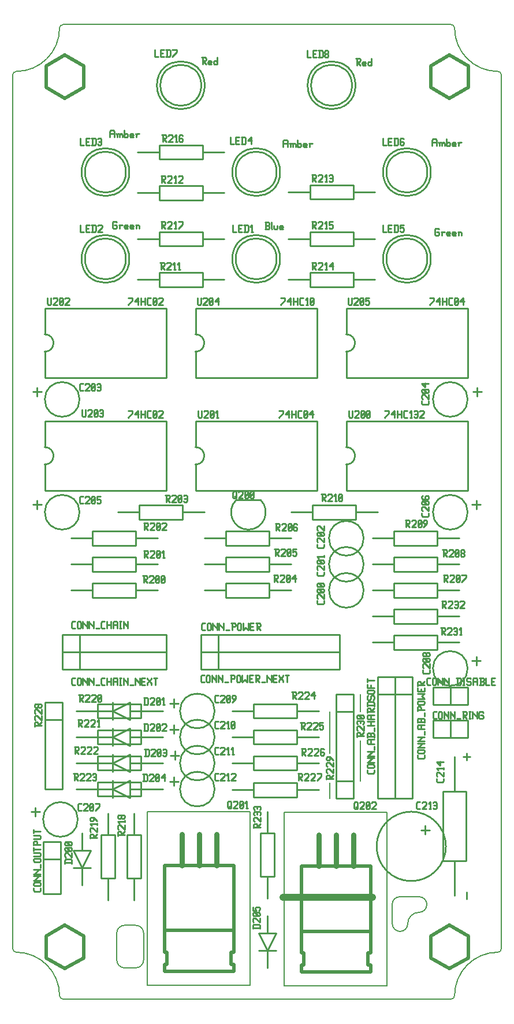
<source format=gbr>
G04 start of page 11 for group -4079 idx -4079 *
G04 Title: (unknown), topsilk *
G04 Creator: pcb 20091103 *
G04 CreationDate: Sun Dec 17 12:14:22 2023 UTC *
G04 For: bh *
G04 Format: Gerber/RS-274X *
G04 PCB-Dimensions: 380000 700000 *
G04 PCB-Coordinate-Origin: lower left *
%MOIN*%
%FSLAX25Y25*%
%LNTOPSILK*%
%ADD11C,0.0200*%
%ADD12C,0.0100*%
%ADD13C,0.0400*%
%ADD28C,0.0300*%
%ADD37C,0.0060*%
%ADD38C,0.0102*%
%ADD49C,0.0090*%
G54D37*X159500Y202000D02*Y102000D01*
X100000D02*Y202000D01*
Y102000D02*X159500D01*
X100000Y202000D02*X159500D01*
X238500Y201500D02*Y101500D01*
X179000D02*Y201500D01*
Y101500D02*X238500D01*
X179000Y201500D02*X238500D01*
X223000Y259500D02*Y269500D01*
Y243000D02*Y219500D01*
X205500Y259500D02*Y235500D01*
Y218500D02*Y209500D01*
G54D49*X176000Y429000D02*X178500Y431500D01*
Y433000D02*Y431500D01*
X176000Y433000D02*X178500D01*
X179701Y431000D02*X181701Y433000D01*
X179701Y431000D02*X182201D01*
X181701Y433000D02*Y429000D01*
X183402Y433000D02*Y429000D01*
X185902Y433000D02*Y429000D01*
X183402Y431000D02*X185902D01*
X187603Y429000D02*X189103D01*
X187103Y429500D02*X187603Y429000D01*
X187103Y432500D02*Y429500D01*
Y432500D02*X187603Y433000D01*
X189103D01*
X190304Y429500D02*X190804Y429000D01*
X190304Y432500D02*Y429500D01*
Y432500D02*X190804Y433000D01*
X191804D01*
X192304Y432500D01*
Y429500D01*
X191804Y429000D02*X192304Y429500D01*
X190804Y429000D02*X191804D01*
X190304Y430000D02*X192304Y432000D01*
X193505Y431000D02*X195505Y433000D01*
X193505Y431000D02*X196005D01*
X195505Y433000D02*Y429000D01*
X89000D02*X91500Y431500D01*
Y433000D02*Y431500D01*
X89000Y433000D02*X91500D01*
X92701Y431000D02*X94701Y433000D01*
X92701Y431000D02*X95201D01*
X94701Y433000D02*Y429000D01*
X96402Y433000D02*Y429000D01*
X98902Y433000D02*Y429000D01*
X96402Y431000D02*X98902D01*
X100603Y429000D02*X102103D01*
X100103Y429500D02*X100603Y429000D01*
X100103Y432500D02*Y429500D01*
Y432500D02*X100603Y433000D01*
X102103D01*
X103304Y429500D02*X103804Y429000D01*
X103304Y432500D02*Y429500D01*
Y432500D02*X103804Y433000D01*
X104804D01*
X105304Y432500D01*
Y429500D01*
X104804Y429000D02*X105304Y429500D01*
X103804Y429000D02*X104804D01*
X103304Y430000D02*X105304Y432000D01*
X106505Y432500D02*X107005Y433000D01*
X108505D01*
X109005Y432500D01*
Y431500D01*
X106505Y429000D02*X109005Y431500D01*
X106505Y429000D02*X109005D01*
X237000D02*X239500Y431500D01*
Y433000D02*Y431500D01*
X237000Y433000D02*X239500D01*
X240701Y431000D02*X242701Y433000D01*
X240701Y431000D02*X243201D01*
X242701Y433000D02*Y429000D01*
X244402Y433000D02*Y429000D01*
X246902Y433000D02*Y429000D01*
X244402Y431000D02*X246902D01*
X248603Y429000D02*X250103D01*
X248103Y429500D02*X248603Y429000D01*
X248103Y432500D02*Y429500D01*
Y432500D02*X248603Y433000D01*
X250103D01*
X251804Y429000D02*X252804D01*
X252304Y433000D02*Y429000D01*
X251304Y432000D02*X252304Y433000D01*
X254005Y432500D02*X254505Y433000D01*
X255505D01*
X256005Y432500D01*
Y429500D01*
X255505Y429000D02*X256005Y429500D01*
X254505Y429000D02*X255505D01*
X254005Y429500D02*X254505Y429000D01*
Y431000D02*X256005D01*
X257206Y432500D02*X257706Y433000D01*
X259206D01*
X259706Y432500D01*
Y431500D01*
X257206Y429000D02*X259706Y431500D01*
X257206Y429000D02*X259706D01*
G54D38*X287500Y378880D02*X292580D01*
X290040Y381420D02*Y376340D01*
X288000Y443880D02*X293080D01*
X290540Y446420D02*Y441340D01*
X287500Y288880D02*X292580D01*
X290040Y291420D02*Y286340D01*
X113000Y264380D02*X118080D01*
X115540Y266920D02*Y261840D01*
X113000Y249380D02*X118080D01*
X115540Y251920D02*Y246840D01*
X113000Y219380D02*X118080D01*
X115540Y221920D02*Y216840D01*
X113500Y234380D02*X118580D01*
X116040Y236920D02*Y231840D01*
X33000Y201880D02*X38080D01*
X35540Y204420D02*Y199340D01*
X34000Y443880D02*X39080D01*
X36540Y446420D02*Y441340D01*
X34000Y378880D02*X39080D01*
X36540Y381420D02*Y376340D01*
X258000Y191380D02*X263080D01*
X260540Y193920D02*Y188840D01*
G54D49*X168000Y537500D02*X170000D01*
X170500Y538000D01*
Y539000D02*Y538000D01*
X170000Y539500D02*X170500Y539000D01*
X168500Y539500D02*X170000D01*
X168500Y541500D02*Y537500D01*
X168000Y541500D02*X170000D01*
X170500Y541000D01*
Y540000D01*
X170000Y539500D02*X170500Y540000D01*
X171701Y541500D02*Y538000D01*
X172201Y537500D01*
X173202Y539500D02*Y538000D01*
X173702Y537500D01*
X174702D01*
X175202Y538000D01*
Y539500D02*Y538000D01*
X176903Y537500D02*X178403D01*
X176403Y538000D02*X176903Y537500D01*
X176403Y539000D02*Y538000D01*
Y539000D02*X176903Y539500D01*
X177903D01*
X178403Y539000D01*
X176403Y538500D02*X178403D01*
Y539000D02*Y538500D01*
X268000Y538000D02*X268500Y537500D01*
X266500Y538000D02*X268000D01*
X266000Y537500D02*X266500Y538000D01*
X266000Y537500D02*Y534500D01*
X266500Y534000D01*
X268000D01*
X268500Y534500D01*
Y535500D02*Y534500D01*
X268000Y536000D02*X268500Y535500D01*
X267000Y536000D02*X268000D01*
X270201Y535500D02*Y534000D01*
Y535500D02*X270701Y536000D01*
X271701D01*
X269701D02*X270201Y535500D01*
X273402Y534000D02*X274902D01*
X272902Y534500D02*X273402Y534000D01*
X272902Y535500D02*Y534500D01*
Y535500D02*X273402Y536000D01*
X274402D01*
X274902Y535500D01*
X272902Y535000D02*X274902D01*
Y535500D02*Y535000D01*
X276603Y534000D02*X278103D01*
X276103Y534500D02*X276603Y534000D01*
X276103Y535500D02*Y534500D01*
Y535500D02*X276603Y536000D01*
X277603D01*
X278103Y535500D01*
X276103Y535000D02*X278103D01*
Y535500D02*Y535000D01*
X279804Y535500D02*Y534000D01*
Y535500D02*X280304Y536000D01*
X280804D01*
X281304Y535500D01*
Y534000D01*
X279304Y536000D02*X279804Y535500D01*
X264500Y589000D02*Y585500D01*
Y589000D02*X265000Y589500D01*
X266500D01*
X267000Y589000D01*
Y585500D01*
X264500Y587500D02*X267000D01*
X268701Y587000D02*Y585500D01*
Y587000D02*X269201Y587500D01*
X269701D01*
X270201Y587000D01*
Y585500D01*
Y587000D02*X270701Y587500D01*
X271201D01*
X271701Y587000D01*
Y585500D01*
X268201Y587500D02*X268701Y587000D01*
X272902Y589500D02*Y585500D01*
Y586000D02*X273402Y585500D01*
X274402D01*
X274902Y586000D01*
Y587000D02*Y586000D01*
X274402Y587500D02*X274902Y587000D01*
X273402Y587500D02*X274402D01*
X272902Y587000D02*X273402Y587500D01*
X276603Y585500D02*X278103D01*
X276103Y586000D02*X276603Y585500D01*
X276103Y587000D02*Y586000D01*
Y587000D02*X276603Y587500D01*
X277603D01*
X278103Y587000D01*
X276103Y586500D02*X278103D01*
Y587000D02*Y586500D01*
X279804Y587000D02*Y585500D01*
Y587000D02*X280304Y587500D01*
X281304D01*
X279304D02*X279804Y587000D01*
X177000Y494000D02*X179500Y496500D01*
Y498000D02*Y496500D01*
X177000Y498000D02*X179500D01*
X180701Y496000D02*X182701Y498000D01*
X180701Y496000D02*X183201D01*
X182701Y498000D02*Y494000D01*
X184402Y498000D02*Y494000D01*
X186902Y498000D02*Y494000D01*
X184402Y496000D02*X186902D01*
X188603Y494000D02*X190103D01*
X188103Y494500D02*X188603Y494000D01*
X188103Y497500D02*Y494500D01*
Y497500D02*X188603Y498000D01*
X190103D01*
X191804Y494000D02*X192804D01*
X192304Y498000D02*Y494000D01*
X191304Y497000D02*X192304Y498000D01*
X194005Y494500D02*X194505Y494000D01*
X194005Y497500D02*Y494500D01*
Y497500D02*X194505Y498000D01*
X195505D01*
X196005Y497500D01*
Y494500D01*
X195505Y494000D02*X196005Y494500D01*
X194505Y494000D02*X195505D01*
X194005Y495000D02*X196005Y497000D01*
X82000Y542000D02*X82500Y541500D01*
X80500Y542000D02*X82000D01*
X80000Y541500D02*X80500Y542000D01*
X80000Y541500D02*Y538500D01*
X80500Y538000D01*
X82000D01*
X82500Y538500D01*
Y539500D02*Y538500D01*
X82000Y540000D02*X82500Y539500D01*
X81000Y540000D02*X82000D01*
X84201Y539500D02*Y538000D01*
Y539500D02*X84701Y540000D01*
X85701D01*
X83701D02*X84201Y539500D01*
X87402Y538000D02*X88902D01*
X86902Y538500D02*X87402Y538000D01*
X86902Y539500D02*Y538500D01*
Y539500D02*X87402Y540000D01*
X88402D01*
X88902Y539500D01*
X86902Y539000D02*X88902D01*
Y539500D02*Y539000D01*
X90603Y538000D02*X92103D01*
X90103Y538500D02*X90603Y538000D01*
X90103Y539500D02*Y538500D01*
Y539500D02*X90603Y540000D01*
X91603D01*
X92103Y539500D01*
X90103Y539000D02*X92103D01*
Y539500D02*Y539000D01*
X93804Y539500D02*Y538000D01*
Y539500D02*X94304Y540000D01*
X94804D01*
X95304Y539500D01*
Y538000D01*
X93304Y540000D02*X93804Y539500D01*
X178500Y588500D02*Y585000D01*
Y588500D02*X179000Y589000D01*
X180500D01*
X181000Y588500D01*
Y585000D01*
X178500Y587000D02*X181000D01*
X182701Y586500D02*Y585000D01*
Y586500D02*X183201Y587000D01*
X183701D01*
X184201Y586500D01*
Y585000D01*
Y586500D02*X184701Y587000D01*
X185201D01*
X185701Y586500D01*
Y585000D01*
X182201Y587000D02*X182701Y586500D01*
X186902Y589000D02*Y585000D01*
Y585500D02*X187402Y585000D01*
X188402D01*
X188902Y585500D01*
Y586500D02*Y585500D01*
X188402Y587000D02*X188902Y586500D01*
X187402Y587000D02*X188402D01*
X186902Y586500D02*X187402Y587000D01*
X190603Y585000D02*X192103D01*
X190103Y585500D02*X190603Y585000D01*
X190103Y586500D02*Y585500D01*
Y586500D02*X190603Y587000D01*
X191603D01*
X192103Y586500D01*
X190103Y586000D02*X192103D01*
Y586500D02*Y586000D01*
X193804Y586500D02*Y585000D01*
Y586500D02*X194304Y587000D01*
X195304D01*
X193304D02*X193804Y586500D01*
X78500Y594000D02*Y590500D01*
Y594000D02*X79000Y594500D01*
X80500D01*
X81000Y594000D01*
Y590500D01*
X78500Y592500D02*X81000D01*
X82701Y592000D02*Y590500D01*
Y592000D02*X83201Y592500D01*
X83701D01*
X84201Y592000D01*
Y590500D01*
Y592000D02*X84701Y592500D01*
X85201D01*
X85701Y592000D01*
Y590500D01*
X82201Y592500D02*X82701Y592000D01*
X86902Y594500D02*Y590500D01*
Y591000D02*X87402Y590500D01*
X88402D01*
X88902Y591000D01*
Y592000D02*Y591000D01*
X88402Y592500D02*X88902Y592000D01*
X87402Y592500D02*X88402D01*
X86902Y592000D02*X87402Y592500D01*
X90603Y590500D02*X92103D01*
X90103Y591000D02*X90603Y590500D01*
X90103Y592000D02*Y591000D01*
Y592000D02*X90603Y592500D01*
X91603D01*
X92103Y592000D01*
X90103Y591500D02*X92103D01*
Y592000D02*Y591500D01*
X93804Y592000D02*Y590500D01*
Y592000D02*X94304Y592500D01*
X95304D01*
X93304D02*X93804Y592000D01*
X220500Y636000D02*X222500D01*
X223000Y635500D01*
Y634500D01*
X222500Y634000D02*X223000Y634500D01*
X221000Y634000D02*X222500D01*
X221000Y636000D02*Y632000D01*
Y634000D02*X223000Y632000D01*
X224701D02*X226201D01*
X224201Y632500D02*X224701Y632000D01*
X224201Y633500D02*Y632500D01*
Y633500D02*X224701Y634000D01*
X225701D01*
X226201Y633500D01*
X224201Y633000D02*X226201D01*
Y633500D02*Y633000D01*
X229402Y636000D02*Y632000D01*
X228902D02*X229402Y632500D01*
X227902Y632000D02*X228902D01*
X227402Y632500D02*X227902Y632000D01*
X227402Y633500D02*Y632500D01*
Y633500D02*X227902Y634000D01*
X228902D01*
X229402Y633500D01*
X131500Y636500D02*X133500D01*
X134000Y636000D01*
Y635000D01*
X133500Y634500D02*X134000Y635000D01*
X132000Y634500D02*X133500D01*
X132000Y636500D02*Y632500D01*
Y634500D02*X134000Y632500D01*
X135701D02*X137201D01*
X135201Y633000D02*X135701Y632500D01*
X135201Y634000D02*Y633000D01*
Y634000D02*X135701Y634500D01*
X136701D01*
X137201Y634000D01*
X135201Y633500D02*X137201D01*
Y634000D02*Y633500D01*
X140402Y636500D02*Y632500D01*
X139902D02*X140402Y633000D01*
X138902Y632500D02*X139902D01*
X138402Y633000D02*X138902Y632500D01*
X138402Y634000D02*Y633000D01*
Y634000D02*X138902Y634500D01*
X139902D01*
X140402Y634000D01*
X263000Y494000D02*X265500Y496500D01*
Y498000D02*Y496500D01*
X263000Y498000D02*X265500D01*
X266701Y496000D02*X268701Y498000D01*
X266701Y496000D02*X269201D01*
X268701Y498000D02*Y494000D01*
X270402Y498000D02*Y494000D01*
X272902Y498000D02*Y494000D01*
X270402Y496000D02*X272902D01*
X274603Y494000D02*X276103D01*
X274103Y494500D02*X274603Y494000D01*
X274103Y497500D02*Y494500D01*
Y497500D02*X274603Y498000D01*
X276103D01*
X277304Y494500D02*X277804Y494000D01*
X277304Y497500D02*Y494500D01*
Y497500D02*X277804Y498000D01*
X278804D01*
X279304Y497500D01*
Y494500D01*
X278804Y494000D02*X279304Y494500D01*
X277804Y494000D02*X278804D01*
X277304Y495000D02*X279304Y497000D01*
X280505Y496000D02*X282505Y498000D01*
X280505Y496000D02*X283005D01*
X282505Y498000D02*Y494000D01*
X89000D02*X91500Y496500D01*
Y498000D02*Y496500D01*
X89000Y498000D02*X91500D01*
X92701Y496000D02*X94701Y498000D01*
X92701Y496000D02*X95201D01*
X94701Y498000D02*Y494000D01*
X96402Y498000D02*Y494000D01*
X98902Y498000D02*Y494000D01*
X96402Y496000D02*X98902D01*
X100603Y494000D02*X102103D01*
X100103Y494500D02*X100603Y494000D01*
X100103Y497500D02*Y494500D01*
Y497500D02*X100603Y498000D01*
X102103D01*
X103304Y494500D02*X103804Y494000D01*
X103304Y497500D02*Y494500D01*
Y497500D02*X103804Y498000D01*
X104804D01*
X105304Y497500D01*
Y494500D01*
X104804Y494000D02*X105304Y494500D01*
X103804Y494000D02*X104804D01*
X103304Y495000D02*X105304Y497000D01*
X106505Y497500D02*X107005Y498000D01*
X108505D01*
X109005Y497500D01*
Y496500D01*
X106505Y494000D02*X109005Y496500D01*
X106505Y494000D02*X109005D01*
G54D12*X230000Y299500D02*X242500D01*
X267500D02*X280000D01*
X242500Y303600D02*X267500D01*
Y295400D01*
X242500D01*
Y303600D01*
X285000Y284500D02*G75*G03X285000Y284500I-10000J0D01*G01*
X265000Y263500D02*X285000D01*
Y273500D02*Y263500D01*
X265000Y273500D02*X285000D01*
X265000D02*Y263500D01*
X275000Y273500D02*Y263500D01*
X265000Y273500D02*X275000D01*
X265000Y244500D02*X285000D01*
Y254500D02*Y244500D01*
X265000Y254500D02*X285000D01*
X265000D02*Y244500D01*
X275000Y254500D02*Y244500D01*
X265000Y254500D02*X275000D01*
X205000Y344500D02*G75*G03X205000Y344500I10000J0D01*G01*
Y329500D02*G75*G03X205000Y329500I10000J0D01*G01*
X230000D02*X242500D01*
X267500D02*X280000D01*
X242500Y333600D02*X267500D01*
Y325400D01*
X242500D01*
Y333600D01*
X230000Y359500D02*X242500D01*
X267500D02*X280000D01*
X242500Y363600D02*X267500D01*
Y355400D01*
X242500D01*
Y363600D01*
X230000Y344500D02*X242500D01*
X267500D02*X280000D01*
X242500Y348600D02*X267500D01*
Y340400D01*
X242500D01*
Y348600D01*
X230000Y314500D02*X242500D01*
X267500D02*X280000D01*
X242500Y318600D02*X267500D01*
Y310400D01*
X242500D01*
Y318600D01*
X183000Y374500D02*X195500D01*
X220500D02*X233000D01*
X195500Y378600D02*X220500D01*
Y370400D01*
X195500D01*
Y378600D01*
X205000Y359500D02*G75*G03X205000Y359500I10000J0D01*G01*
X243000Y279500D02*Y209500D01*
X253000D01*
Y279500D01*
X243000D01*
Y269500D02*X253000D01*
Y279500D01*
X233000D02*Y209500D01*
X243000D01*
Y279500D01*
X233000D01*
Y269500D02*X243000D01*
Y279500D01*
X219000Y259500D02*Y209500D01*
X209000Y259500D02*X219000D01*
X209000D02*Y209500D01*
X219000D01*
X209000Y219500D02*X219000D01*
X209000D02*Y209500D01*
G54D28*X219000Y188500D02*Y170500D01*
X209000Y188500D02*Y170500D01*
X199000Y188500D02*Y170500D01*
G54D11*X189000D02*X229000D01*
X189000D02*Y133000D01*
X229000D01*
Y170500D02*Y133000D01*
X189000D02*X229000D01*
X189000D02*Y120500D01*
X190500D01*
Y113500D01*
X189000D02*X190500D01*
X189000D02*Y109500D01*
X229000D01*
Y113500D02*Y109500D01*
X227500Y113500D02*X229000D01*
X227500Y120500D02*Y113500D01*
Y120500D02*X229000D01*
Y133000D02*Y120500D01*
G54D12*X169500Y202000D02*Y189500D01*
Y164500D02*Y152000D01*
X173600Y189500D02*Y164500D01*
X165400D02*X173600D01*
X165400Y189500D02*Y164500D01*
Y189500D02*X173600D01*
X252500Y202000D02*G75*G03X252500Y202000I0J-20000D01*G01*
X169500Y122000D02*Y112000D01*
Y142000D02*Y132000D01*
Y122000D02*X164500Y132000D01*
X174500D01*
X169500Y122000D01*
X164500D02*X174500D01*
G54D11*X285327Y117749D02*Y130251D01*
X263673Y117749D02*Y130251D01*
X285327Y117749D02*X274500Y111499D01*
X285327Y130251D02*X274500Y136501D01*
X263673Y117749D02*X274500Y111499D01*
X263673Y130251D02*X274500Y136501D01*
G54D12*X277500Y233500D02*Y213500D01*
Y173500D02*Y153500D01*
X284100Y213500D02*Y173500D01*
X270900D02*X284100D01*
X270900Y213500D02*Y173500D01*
Y213500D02*X284100D01*
X282500Y233500D02*X286500D01*
X284500Y235500D02*Y231500D01*
Y155500D02*Y151500D01*
X149000Y230000D02*X161500D01*
X186500D02*X199000D01*
X161500Y234100D02*X186500D01*
Y225900D01*
X161500D01*
Y234100D01*
X149000Y214500D02*X161500D01*
X186500D02*X199000D01*
X161500Y218600D02*X186500D01*
Y210400D01*
X161500D01*
Y218600D01*
X41000Y374500D02*G75*G03X41000Y374500I10000J0D01*G01*
X83000D02*X95500D01*
X120500D02*X133000D01*
X95500Y378600D02*X120500D01*
Y370400D01*
X95500D01*
Y378600D01*
X56000Y359500D02*X68500D01*
X93500D02*X106000D01*
X68500Y363600D02*X93500D01*
Y355400D01*
X68500D01*
Y363600D01*
X56000Y344500D02*X68500D01*
X93500D02*X106000D01*
X68500Y348600D02*X93500D01*
Y340400D01*
X68500D01*
Y348600D01*
X56000Y329500D02*X68500D01*
X93500D02*X106000D01*
X68500Y333600D02*X93500D01*
Y325400D01*
X68500D01*
Y333600D01*
X59000Y260000D02*X71500D01*
X96500D02*X109000D01*
X71500Y264100D02*X96500D01*
Y255900D01*
X71500D01*
Y264100D01*
X70000Y260000D02*X80000D01*
X90000D02*X100000D01*
X80000D02*X90000Y265000D01*
Y255000D01*
X80000Y260000D01*
Y265000D02*Y255000D01*
X59000Y245000D02*X71500D01*
X96500D02*X109000D01*
X71500Y249100D02*X96500D01*
Y240900D01*
X71500D01*
Y249100D01*
X70000Y230000D02*X80000D01*
X90000D02*X100000D01*
X80000D02*X90000Y235000D01*
Y225000D01*
X80000Y230000D01*
Y235000D02*Y225000D01*
X70000Y245000D02*X80000D01*
X90000D02*X100000D01*
X80000D02*X90000Y250000D01*
Y240000D01*
X80000Y245000D01*
Y250000D02*Y240000D01*
X41000Y265000D02*Y215000D01*
X51000D01*
Y265000D02*Y215000D01*
X41000Y265000D02*X51000D01*
X41000Y255000D02*X51000D01*
Y265000D02*Y255000D01*
Y294000D02*X111000D01*
Y304000D02*Y294000D01*
X51000Y304000D02*X111000D01*
X51000D02*Y294000D01*
X61000Y304000D02*Y294000D01*
X51000Y304000D02*X61000D01*
X51000Y284000D02*X111000D01*
Y294000D02*Y284000D01*
X51000Y294000D02*X111000D01*
X51000D02*Y284000D01*
X61000Y294000D02*Y284000D01*
X51000Y294000D02*X61000D01*
X285000Y374500D02*G75*G03X285000Y374500I-10000J0D01*G01*
G54D11*X285327Y619249D02*Y631751D01*
X263673Y619249D02*Y631751D01*
X285327Y619249D02*X274500Y612999D01*
X285327Y631751D02*X274500Y638001D01*
X263673Y619249D02*X274500Y612999D01*
X263673Y631751D02*X274500Y638001D01*
G54D12*X285000Y439500D02*G75*G03X285000Y439500I-10000J0D01*G01*
G54D11*X63327Y619249D02*Y631751D01*
X41673Y619249D02*Y631751D01*
X63327Y619249D02*X52500Y612999D01*
X63327Y631751D02*X52500Y638001D01*
X41673Y619249D02*X52500Y612999D01*
X41673Y631751D02*X52500Y638001D01*
G54D12*X41000Y387000D02*X111000D01*
Y427000D02*Y387000D01*
X41000Y427000D02*X111000D01*
X41000Y402000D02*Y387000D01*
Y427000D02*Y412000D01*
Y402000D02*G75*G03X41000Y412000I0J5000D01*G01*
X64200Y570500D02*G75*G03X64200Y570500I11800J0D01*G01*
X62200D02*G75*G03X62200Y570500I13800J0D01*G01*
X64200Y520500D02*G75*G03X64200Y520500I11800J0D01*G01*
X62200D02*G75*G03X62200Y520500I13800J0D01*G01*
X41000Y452000D02*X111000D01*
Y492000D02*Y452000D01*
X41000Y492000D02*X111000D01*
X41000Y467000D02*Y452000D01*
Y492000D02*Y477000D01*
Y467000D02*G75*G03X41000Y477000I0J5000D01*G01*
Y439500D02*G75*G03X41000Y439500I10000J0D01*G01*
X151200Y570500D02*G75*G03X151200Y570500I11800J0D01*G01*
X149200D02*G75*G03X149200Y570500I13800J0D01*G01*
X107700Y620500D02*G75*G03X107700Y620500I11800J0D01*G01*
X105700D02*G75*G03X105700Y620500I13800J0D01*G01*
X194700D02*G75*G03X194700Y620500I11800J0D01*G01*
X192700D02*G75*G03X192700Y620500I13800J0D01*G01*
X219000Y559000D02*X231500D01*
X181500D02*X194000D01*
Y554900D02*X219000D01*
X194000Y563100D02*Y554900D01*
Y563100D02*X219000D01*
Y554900D01*
X132000Y558500D02*X144500D01*
X94500D02*X107000D01*
Y554400D02*X132000D01*
X107000Y562600D02*Y554400D01*
Y562600D02*X132000D01*
Y554400D01*
Y582000D02*X144500D01*
X94500D02*X107000D01*
Y577900D02*X132000D01*
X107000Y586100D02*Y577900D01*
Y586100D02*X132000D01*
Y577900D01*
X238200Y520500D02*G75*G03X238200Y520500I11800J0D01*G01*
X236200D02*G75*G03X236200Y520500I13800J0D01*G01*
X215000Y452000D02*X285000D01*
Y492000D02*Y452000D01*
X215000Y492000D02*X285000D01*
X215000Y467000D02*Y452000D01*
Y492000D02*Y477000D01*
Y467000D02*G75*G03X215000Y477000I0J5000D01*G01*
X181500Y532000D02*X194000D01*
X219000D02*X231500D01*
X194000Y536100D02*X219000D01*
Y527900D01*
X194000D01*
Y536100D01*
X219000Y508500D02*X231500D01*
X181500D02*X194000D01*
Y504400D02*X219000D01*
X194000Y512600D02*Y504400D01*
Y512600D02*X219000D01*
Y504400D01*
X215000Y387000D02*X285000D01*
Y427000D02*Y387000D01*
X215000Y427000D02*X285000D01*
X215000Y402000D02*Y387000D01*
Y427000D02*Y412000D01*
Y402000D02*G75*G03X215000Y412000I0J5000D01*G01*
X238200Y570500D02*G75*G03X238200Y570500I11800J0D01*G01*
X236200D02*G75*G03X236200Y570500I13800J0D01*G01*
X151200Y520500D02*G75*G03X151200Y520500I11800J0D01*G01*
X149200D02*G75*G03X149200Y520500I13800J0D01*G01*
X128000Y452000D02*X198000D01*
Y492000D02*Y452000D01*
X128000Y492000D02*X198000D01*
X128000Y467000D02*Y452000D01*
Y492000D02*Y477000D01*
Y467000D02*G75*G03X128000Y477000I0J5000D01*G01*
X132000Y508500D02*X144500D01*
X94500D02*X107000D01*
Y504400D02*X132000D01*
X107000Y512600D02*Y504400D01*
Y512600D02*X132000D01*
Y504400D01*
X94500Y532000D02*X107000D01*
X132000D02*X144500D01*
X107000Y536100D02*X132000D01*
Y527900D01*
X107000D01*
Y536100D01*
X128000Y387000D02*X198000D01*
Y427000D02*Y387000D01*
X128000Y427000D02*X198000D01*
X128000Y402000D02*Y387000D01*
Y427000D02*Y412000D01*
Y402000D02*G75*G03X128000Y412000I0J5000D01*G01*
X209000Y269500D02*Y219500D01*
X219000D01*
Y269500D01*
X209000D01*
Y259500D02*X219000D01*
Y269500D01*
X133000Y359500D02*X145500D01*
X170500D02*X183000D01*
X145500Y363600D02*X170500D01*
Y355400D01*
X145500D01*
Y363600D01*
X133000Y344500D02*X145500D01*
X170500D02*X183000D01*
X145500Y348600D02*X170500D01*
Y340400D01*
X145500D02*X170500D01*
X145500Y348600D02*Y340400D01*
X133000Y329500D02*X145500D01*
X170500D02*X183000D01*
X145500Y333600D02*X170500D01*
Y325400D01*
X145500D02*X170500D01*
X145500Y333600D02*Y325400D01*
X151500Y381500D02*X165500D01*
X151428Y381572D02*G75*G03X165571Y381571I7071J-7071D01*G01*
X119000Y260000D02*G75*G03X119000Y260000I10000J0D01*G01*
X149000D02*X161500D01*
X186500D02*X199000D01*
X161500Y264100D02*X186500D01*
Y255900D01*
X161500D01*
Y264100D01*
X149000Y245000D02*X161500D01*
X186500D02*X199000D01*
X161500Y249100D02*X186500D01*
Y240900D01*
X161500D01*
Y249100D01*
X119000Y230000D02*G75*G03X119000Y230000I10000J0D01*G01*
Y245000D02*G75*G03X119000Y245000I10000J0D01*G01*
X131000Y284000D02*X211000D01*
Y294000D02*Y284000D01*
X131000Y294000D02*X211000D01*
X131000D02*Y284000D01*
X141000Y294000D02*Y284000D01*
X131000Y294000D02*X141000D01*
X131000D02*X211000D01*
Y304000D02*Y294000D01*
X131000Y304000D02*X211000D01*
X131000D02*Y294000D01*
X141000Y304000D02*Y294000D01*
X131000Y304000D02*X141000D01*
X70000Y215000D02*X80000D01*
X90000D02*X100000D01*
X80000D02*X90000Y220000D01*
Y210000D01*
X80000Y215000D01*
Y220000D02*Y210000D01*
X59000Y215000D02*X71500D01*
X96500D02*X109000D01*
X71500Y219100D02*X96500D01*
Y210900D01*
X71500D01*
Y219100D01*
X59000Y230000D02*X71500D01*
X96500D02*X109000D01*
X71500Y234100D02*X96500D01*
Y225900D01*
X71500D01*
Y234100D01*
X119000Y215000D02*G75*G03X119000Y215000I10000J0D01*G01*
G54D11*X63327Y117749D02*Y130251D01*
X41673Y117749D02*Y130251D01*
X63327Y117749D02*X52500Y111499D01*
X63327Y130251D02*X52500Y136501D01*
X41673Y117749D02*X52500Y111499D01*
X41673Y130251D02*X52500Y136501D01*
G54D12*X40000Y197500D02*G75*G03X40000Y197500I10000J0D01*G01*
Y184500D02*Y154500D01*
X50000D01*
Y184500D01*
X40000D01*
Y174500D02*X50000D01*
Y184500D01*
X92500Y201000D02*Y188500D01*
Y163500D02*Y151000D01*
X96600Y188500D02*Y163500D01*
X88400D02*X96600D01*
X88400Y188500D02*Y163500D01*
Y188500D02*X96600D01*
X77500Y163500D02*Y151000D01*
Y201000D02*Y188500D01*
X73400D02*Y163500D01*
Y188500D02*X81600D01*
Y163500D01*
X73400D02*X81600D01*
G54D28*X140000Y189000D02*Y171000D01*
X130000Y189000D02*Y171000D01*
X120000Y189000D02*Y171000D01*
G54D11*X110000D02*X150000D01*
X110000D02*Y133500D01*
X150000D01*
Y171000D02*Y133500D01*
X110000D02*X150000D01*
X110000D02*Y121000D01*
X111500D01*
Y114000D01*
X110000D02*X111500D01*
X110000D02*Y110000D01*
X150000D01*
Y114000D02*Y110000D01*
X148500Y114000D02*X150000D01*
X148500Y121000D02*Y114000D01*
Y121000D02*X150000D01*
Y133500D02*Y121000D01*
G54D12*X62500Y169500D02*Y159500D01*
Y189500D02*Y179500D01*
Y169500D02*X57500Y179500D01*
X67500D01*
X62500Y169500D01*
X57500D02*X67500D01*
G54D49*X61500Y379500D02*X63000D01*
X61000Y380000D02*X61500Y379500D01*
X61000Y383000D02*Y380000D01*
Y383000D02*X61500Y383500D01*
X63000D01*
X64201Y383000D02*X64701Y383500D01*
X66201D01*
X66701Y383000D01*
Y382000D01*
X64201Y379500D02*X66701Y382000D01*
X64201Y379500D02*X66701D01*
X67902Y380000D02*X68402Y379500D01*
X67902Y383000D02*Y380000D01*
Y383000D02*X68402Y383500D01*
X69402D01*
X69902Y383000D01*
Y380000D01*
X69402Y379500D02*X69902Y380000D01*
X68402Y379500D02*X69402D01*
X67902Y380500D02*X69902Y382500D01*
X71103Y383500D02*X73103D01*
X71103D02*Y381500D01*
X71603Y382000D01*
X72603D01*
X73103Y381500D01*
Y380000D01*
X72603Y379500D02*X73103Y380000D01*
X71603Y379500D02*X72603D01*
X71103Y380000D02*X71603Y379500D01*
X110500Y384400D02*X112500D01*
X113000Y383900D01*
Y382900D01*
X112500Y382400D02*X113000Y382900D01*
X111000Y382400D02*X112500D01*
X111000Y384400D02*Y380400D01*
Y382400D02*X113000Y380400D01*
X114201Y383900D02*X114701Y384400D01*
X116201D01*
X116701Y383900D01*
Y382900D01*
X114201Y380400D02*X116701Y382900D01*
X114201Y380400D02*X116701D01*
X117902Y380900D02*X118402Y380400D01*
X117902Y383900D02*Y380900D01*
Y383900D02*X118402Y384400D01*
X119402D01*
X119902Y383900D01*
Y380900D01*
X119402Y380400D02*X119902Y380900D01*
X118402Y380400D02*X119402D01*
X117902Y381400D02*X119902Y383400D01*
X121103Y383900D02*X121603Y384400D01*
X122603D01*
X123103Y383900D01*
Y380900D01*
X122603Y380400D02*X123103Y380900D01*
X121603Y380400D02*X122603D01*
X121103Y380900D02*X121603Y380400D01*
Y382400D02*X123103D01*
X98000Y368400D02*X100000D01*
X100500Y367900D01*
Y366900D01*
X100000Y366400D02*X100500Y366900D01*
X98500Y366400D02*X100000D01*
X98500Y368400D02*Y364400D01*
Y366400D02*X100500Y364400D01*
X101701Y367900D02*X102201Y368400D01*
X103701D01*
X104201Y367900D01*
Y366900D01*
X101701Y364400D02*X104201Y366900D01*
X101701Y364400D02*X104201D01*
X105402Y364900D02*X105902Y364400D01*
X105402Y367900D02*Y364900D01*
Y367900D02*X105902Y368400D01*
X106902D01*
X107402Y367900D01*
Y364900D01*
X106902Y364400D02*X107402Y364900D01*
X105902Y364400D02*X106902D01*
X105402Y365400D02*X107402Y367400D01*
X108603Y367900D02*X109103Y368400D01*
X110603D01*
X111103Y367900D01*
Y366900D01*
X108603Y364400D02*X111103Y366900D01*
X108603Y364400D02*X111103D01*
X98000Y352400D02*X100000D01*
X100500Y351900D01*
Y350900D01*
X100000Y350400D02*X100500Y350900D01*
X98500Y350400D02*X100000D01*
X98500Y352400D02*Y348400D01*
Y350400D02*X100500Y348400D01*
X101701Y351900D02*X102201Y352400D01*
X103701D01*
X104201Y351900D01*
Y350900D01*
X101701Y348400D02*X104201Y350900D01*
X101701Y348400D02*X104201D01*
X105402Y348900D02*X105902Y348400D01*
X105402Y351900D02*Y348900D01*
Y351900D02*X105902Y352400D01*
X106902D01*
X107402Y351900D01*
Y348900D01*
X106902Y348400D02*X107402Y348900D01*
X105902Y348400D02*X106902D01*
X105402Y349400D02*X107402Y351400D01*
X109103Y348400D02*X110103D01*
X109603Y352400D02*Y348400D01*
X108603Y351400D02*X109603Y352400D01*
X97500Y337900D02*X99500D01*
X100000Y337400D01*
Y336400D01*
X99500Y335900D02*X100000Y336400D01*
X98000Y335900D02*X99500D01*
X98000Y337900D02*Y333900D01*
Y335900D02*X100000Y333900D01*
X101201Y337400D02*X101701Y337900D01*
X103201D01*
X103701Y337400D01*
Y336400D01*
X101201Y333900D02*X103701Y336400D01*
X101201Y333900D02*X103701D01*
X104902Y334400D02*X105402Y333900D01*
X104902Y337400D02*Y334400D01*
Y337400D02*X105402Y337900D01*
X106402D01*
X106902Y337400D01*
Y334400D01*
X106402Y333900D02*X106902Y334400D01*
X105402Y333900D02*X106402D01*
X104902Y334900D02*X106902Y336900D01*
X108103Y334400D02*X108603Y333900D01*
X108103Y337400D02*Y334400D01*
Y337400D02*X108603Y337900D01*
X109603D01*
X110103Y337400D01*
Y334400D01*
X109603Y333900D02*X110103Y334400D01*
X108603Y333900D02*X109603D01*
X108103Y334900D02*X110103Y336900D01*
X202000Y340000D02*Y338500D01*
X201500Y338000D02*X202000Y338500D01*
X198500Y338000D02*X201500D01*
X198500D02*X198000Y338500D01*
Y340000D02*Y338500D01*
X198500Y341201D02*X198000Y341701D01*
Y343201D02*Y341701D01*
Y343201D02*X198500Y343701D01*
X199500D01*
X202000Y341201D02*X199500Y343701D01*
X202000D02*Y341201D01*
X201500Y344902D02*X202000Y345402D01*
X198500Y344902D02*X201500D01*
X198500D02*X198000Y345402D01*
Y346402D02*Y345402D01*
Y346402D02*X198500Y346902D01*
X201500D01*
X202000Y346402D02*X201500Y346902D01*
X202000Y346402D02*Y345402D01*
X201000Y344902D02*X199000Y346902D01*
X202000Y349603D02*Y348603D01*
X198000Y349103D02*X202000D01*
X199000Y348103D02*X198000Y349103D01*
X174000Y367900D02*X176000D01*
X176500Y367400D01*
Y366400D01*
X176000Y365900D02*X176500Y366400D01*
X174500Y365900D02*X176000D01*
X174500Y367900D02*Y363900D01*
Y365900D02*X176500Y363900D01*
X177701Y367400D02*X178201Y367900D01*
X179701D01*
X180201Y367400D01*
Y366400D01*
X177701Y363900D02*X180201Y366400D01*
X177701Y363900D02*X180201D01*
X181402Y364400D02*X181902Y363900D01*
X181402Y367400D02*Y364400D01*
Y367400D02*X181902Y367900D01*
X182902D01*
X183402Y367400D01*
Y364400D01*
X182902Y363900D02*X183402Y364400D01*
X181902Y363900D02*X182902D01*
X181402Y364900D02*X183402Y366900D01*
X186103Y367900D02*X186603Y367400D01*
X185103Y367900D02*X186103D01*
X184603Y367400D02*X185103Y367900D01*
X184603Y367400D02*Y364400D01*
X185103Y363900D01*
X186103Y365900D02*X186603Y365400D01*
X184603Y365900D02*X186103D01*
X185103Y363900D02*X186103D01*
X186603Y364400D01*
Y365400D02*Y364400D01*
X173500Y353400D02*X175500D01*
X176000Y352900D01*
Y351900D01*
X175500Y351400D02*X176000Y351900D01*
X174000Y351400D02*X175500D01*
X174000Y353400D02*Y349400D01*
Y351400D02*X176000Y349400D01*
X177201Y352900D02*X177701Y353400D01*
X179201D01*
X179701Y352900D01*
Y351900D01*
X177201Y349400D02*X179701Y351900D01*
X177201Y349400D02*X179701D01*
X180902Y349900D02*X181402Y349400D01*
X180902Y352900D02*Y349900D01*
Y352900D02*X181402Y353400D01*
X182402D01*
X182902Y352900D01*
Y349900D01*
X182402Y349400D02*X182902Y349900D01*
X181402Y349400D02*X182402D01*
X180902Y350400D02*X182902Y352400D01*
X184103Y353400D02*X186103D01*
X184103D02*Y351400D01*
X184603Y351900D01*
X185603D01*
X186103Y351400D01*
Y349900D01*
X185603Y349400D02*X186103Y349900D01*
X184603Y349400D02*X185603D01*
X184103Y349900D02*X184603Y349400D01*
X173000Y338400D02*X175000D01*
X175500Y337900D01*
Y336900D01*
X175000Y336400D02*X175500Y336900D01*
X173500Y336400D02*X175000D01*
X173500Y338400D02*Y334400D01*
Y336400D02*X175500Y334400D01*
X176701Y337900D02*X177201Y338400D01*
X178701D01*
X179201Y337900D01*
Y336900D01*
X176701Y334400D02*X179201Y336900D01*
X176701Y334400D02*X179201D01*
X180402Y334900D02*X180902Y334400D01*
X180402Y337900D02*Y334900D01*
Y337900D02*X180902Y338400D01*
X181902D01*
X182402Y337900D01*
Y334900D01*
X181902Y334400D02*X182402Y334900D01*
X180902Y334400D02*X181902D01*
X180402Y335400D02*X182402Y337400D01*
X183603Y336400D02*X185603Y338400D01*
X183603Y336400D02*X186103D01*
X185603Y338400D02*Y334400D01*
X149500Y386000D02*Y383000D01*
Y386000D02*X150000Y386500D01*
X151000D01*
X151500Y386000D01*
Y383000D01*
X151000Y382500D02*X151500Y383000D01*
X150000Y382500D02*X151000D01*
X149500Y383000D02*X150000Y382500D01*
X150500Y383500D02*X151500Y382500D01*
X152701Y386000D02*X153201Y386500D01*
X154701D01*
X155201Y386000D01*
Y385000D01*
X152701Y382500D02*X155201Y385000D01*
X152701Y382500D02*X155201D01*
X156402Y383000D02*X156902Y382500D01*
X156402Y386000D02*Y383000D01*
Y386000D02*X156902Y386500D01*
X157902D01*
X158402Y386000D01*
Y383000D01*
X157902Y382500D02*X158402Y383000D01*
X156902Y382500D02*X157902D01*
X156402Y383500D02*X158402Y385500D01*
X159603Y383000D02*X160103Y382500D01*
X159603Y386000D02*Y383000D01*
Y386000D02*X160103Y386500D01*
X161103D01*
X161603Y386000D01*
Y383000D01*
X161103Y382500D02*X161603Y383000D01*
X160103Y382500D02*X161103D01*
X159603Y383500D02*X161603Y385500D01*
X202000Y356000D02*Y354500D01*
X201500Y354000D02*X202000Y354500D01*
X198500Y354000D02*X201500D01*
X198500D02*X198000Y354500D01*
Y356000D02*Y354500D01*
X198500Y357201D02*X198000Y357701D01*
Y359201D02*Y357701D01*
Y359201D02*X198500Y359701D01*
X199500D01*
X202000Y357201D02*X199500Y359701D01*
X202000D02*Y357201D01*
X201500Y360902D02*X202000Y361402D01*
X198500Y360902D02*X201500D01*
X198500D02*X198000Y361402D01*
Y362402D02*Y361402D01*
Y362402D02*X198500Y362902D01*
X201500D01*
X202000Y362402D02*X201500Y362902D01*
X202000Y362402D02*Y361402D01*
X201000Y360902D02*X199000Y362902D01*
X198500Y364103D02*X198000Y364603D01*
Y366103D02*Y364603D01*
Y366103D02*X198500Y366603D01*
X199500D01*
X202000Y364103D02*X199500Y366603D01*
X202000D02*Y364103D01*
X200500Y384900D02*X202500D01*
X203000Y384400D01*
Y383400D01*
X202500Y382900D02*X203000Y383400D01*
X201000Y382900D02*X202500D01*
X201000Y384900D02*Y380900D01*
Y382900D02*X203000Y380900D01*
X204201Y384400D02*X204701Y384900D01*
X206201D01*
X206701Y384400D01*
Y383400D01*
X204201Y380900D02*X206701Y383400D01*
X204201Y380900D02*X206701D01*
X208402D02*X209402D01*
X208902Y384900D02*Y380900D01*
X207902Y383900D02*X208902Y384900D01*
X210603Y381400D02*X211103Y380900D01*
X210603Y384400D02*Y381400D01*
Y384400D02*X211103Y384900D01*
X212103D01*
X212603Y384400D01*
Y381400D01*
X212103Y380900D02*X212603Y381400D01*
X211103Y380900D02*X212103D01*
X210603Y381900D02*X212603Y383900D01*
X57000Y307500D02*X58500D01*
X56500Y308000D02*X57000Y307500D01*
X56500Y311000D02*Y308000D01*
Y311000D02*X57000Y311500D01*
X58500D01*
X59701Y311000D02*Y308000D01*
Y311000D02*X60201Y311500D01*
X61201D01*
X61701Y311000D01*
Y308000D01*
X61201Y307500D02*X61701Y308000D01*
X60201Y307500D02*X61201D01*
X59701Y308000D02*X60201Y307500D01*
X62902Y311500D02*Y307500D01*
Y311500D02*Y311000D01*
X65402Y308500D01*
Y311500D02*Y307500D01*
X66603Y311500D02*Y307500D01*
Y311500D02*Y311000D01*
X69103Y308500D01*
Y311500D02*Y307500D01*
X70304D02*X72304D01*
X74005D02*X75505D01*
X73505Y308000D02*X74005Y307500D01*
X73505Y311000D02*Y308000D01*
Y311000D02*X74005Y311500D01*
X75505D01*
X76706D02*Y307500D01*
X79206Y311500D02*Y307500D01*
X76706Y309500D02*X79206D01*
X80407Y311000D02*Y307500D01*
Y311000D02*X80907Y311500D01*
X82407D01*
X82907Y311000D01*
Y307500D01*
X80407Y309500D02*X82907D01*
X84108Y311500D02*X85108D01*
X84608D02*Y307500D01*
X84108D02*X85108D01*
X86309Y311500D02*Y307500D01*
Y311500D02*Y311000D01*
X88809Y308500D01*
Y311500D02*Y307500D01*
X132000Y306500D02*X133500D01*
X131500Y307000D02*X132000Y306500D01*
X131500Y310000D02*Y307000D01*
Y310000D02*X132000Y310500D01*
X133500D01*
X134701Y310000D02*Y307000D01*
Y310000D02*X135201Y310500D01*
X136201D01*
X136701Y310000D01*
Y307000D01*
X136201Y306500D02*X136701Y307000D01*
X135201Y306500D02*X136201D01*
X134701Y307000D02*X135201Y306500D01*
X137902Y310500D02*Y306500D01*
Y310500D02*Y310000D01*
X140402Y307500D01*
Y310500D02*Y306500D01*
X141603Y310500D02*Y306500D01*
Y310500D02*Y310000D01*
X144103Y307500D01*
Y310500D02*Y306500D01*
X145304D02*X147304D01*
X149005Y310500D02*Y306500D01*
X148505Y310500D02*X150505D01*
X151005Y310000D01*
Y309000D01*
X150505Y308500D02*X151005Y309000D01*
X149005Y308500D02*X150505D01*
X152206Y310000D02*Y307000D01*
Y310000D02*X152706Y310500D01*
X153706D01*
X154206Y310000D01*
Y307000D01*
X153706Y306500D02*X154206Y307000D01*
X152706Y306500D02*X153706D01*
X152206Y307000D02*X152706Y306500D01*
X155407Y310500D02*Y306500D01*
X156907Y308000D01*
X158407Y306500D01*
Y310500D02*Y306500D01*
X159608Y308500D02*X161108D01*
X159608Y306500D02*X161608D01*
X159608Y310500D02*Y306500D01*
Y310500D02*X161608D01*
X162809D02*X164809D01*
X165309Y310000D01*
Y309000D01*
X164809Y308500D02*X165309Y309000D01*
X163309Y308500D02*X164809D01*
X163309Y310500D02*Y306500D01*
Y308500D02*X165309Y306500D01*
X269500Y307900D02*X271500D01*
X272000Y307400D01*
Y306400D01*
X271500Y305900D02*X272000Y306400D01*
X270000Y305900D02*X271500D01*
X270000Y307900D02*Y303900D01*
Y305900D02*X272000Y303900D01*
X273201Y307400D02*X273701Y307900D01*
X275201D01*
X275701Y307400D01*
Y306400D01*
X273201Y303900D02*X275701Y306400D01*
X273201Y303900D02*X275701D01*
X276902Y307400D02*X277402Y307900D01*
X278402D01*
X278902Y307400D01*
Y304400D01*
X278402Y303900D02*X278902Y304400D01*
X277402Y303900D02*X278402D01*
X276902Y304400D02*X277402Y303900D01*
Y305900D02*X278902D01*
X280603Y303900D02*X281603D01*
X281103Y307900D02*Y303900D01*
X280103Y306900D02*X281103Y307900D01*
X263000Y283500D02*Y282000D01*
X262500Y281500D02*X263000Y282000D01*
X259500Y281500D02*X262500D01*
X259500D02*X259000Y282000D01*
Y283500D02*Y282000D01*
X259500Y284701D02*X259000Y285201D01*
Y286701D02*Y285201D01*
Y286701D02*X259500Y287201D01*
X260500D01*
X263000Y284701D02*X260500Y287201D01*
X263000D02*Y284701D01*
X262500Y288402D02*X263000Y288902D01*
X259500Y288402D02*X262500D01*
X259500D02*X259000Y288902D01*
Y289902D02*Y288902D01*
Y289902D02*X259500Y290402D01*
X262500D01*
X263000Y289902D02*X262500Y290402D01*
X263000Y289902D02*Y288902D01*
X262000Y288402D02*X260000Y290402D01*
X262500Y291603D02*X263000Y292103D01*
X261500Y291603D02*X262500D01*
X261500D02*X261000Y292103D01*
Y293103D02*Y292103D01*
Y293103D02*X261500Y293603D01*
X262500D01*
X263000Y293103D02*X262500Y293603D01*
X263000Y293103D02*Y292103D01*
X260500Y291603D02*X261000Y292103D01*
X259500Y291603D02*X260500D01*
X259500D02*X259000Y292103D01*
Y293103D02*Y292103D01*
Y293103D02*X259500Y293603D01*
X260500D01*
X261000Y293103D02*X260500Y293603D01*
X262000Y275000D02*X263500D01*
X261500Y275500D02*X262000Y275000D01*
X261500Y278500D02*Y275500D01*
Y278500D02*X262000Y279000D01*
X263500D01*
X264701Y278500D02*Y275500D01*
Y278500D02*X265201Y279000D01*
X266201D01*
X266701Y278500D01*
Y275500D01*
X266201Y275000D02*X266701Y275500D01*
X265201Y275000D02*X266201D01*
X264701Y275500D02*X265201Y275000D01*
X267902Y279000D02*Y275000D01*
Y279000D02*Y278500D01*
X270402Y276000D01*
Y279000D02*Y275000D01*
X271603Y279000D02*Y275000D01*
Y279000D02*Y278500D01*
X274103Y276000D01*
Y279000D02*Y275000D01*
X275304D02*X277304D01*
X279005Y279000D02*Y275000D01*
X280505Y279000D02*X281005Y278500D01*
Y275500D01*
X280505Y275000D02*X281005Y275500D01*
X278505Y275000D02*X280505D01*
X278505Y279000D02*X280505D01*
X282206D02*X283206D01*
X282706D02*Y275000D01*
X282206D02*X283206D01*
X286407Y279000D02*X286907Y278500D01*
X284907Y279000D02*X286407D01*
X284407Y278500D02*X284907Y279000D01*
X284407Y278500D02*Y277500D01*
X284907Y277000D01*
X286407D01*
X286907Y276500D01*
Y275500D01*
X286407Y275000D02*X286907Y275500D01*
X284907Y275000D02*X286407D01*
X284407Y275500D02*X284907Y275000D01*
X288108Y278500D02*Y275000D01*
Y278500D02*X288608Y279000D01*
X290108D01*
X290608Y278500D01*
Y275000D01*
X288108Y277000D02*X290608D01*
X291809Y275000D02*X293809D01*
X294309Y275500D01*
Y276500D02*Y275500D01*
X293809Y277000D02*X294309Y276500D01*
X292309Y277000D02*X293809D01*
X292309Y279000D02*Y275000D01*
X291809Y279000D02*X293809D01*
X294309Y278500D01*
Y277500D01*
X293809Y277000D02*X294309Y277500D01*
X295510Y279000D02*Y275000D01*
X297510D01*
X298711Y277000D02*X300211D01*
X298711Y275000D02*X300711D01*
X298711Y279000D02*Y275000D01*
Y279000D02*X300711D01*
X271000Y338400D02*X273000D01*
X273500Y337900D01*
Y336900D01*
X273000Y336400D02*X273500Y336900D01*
X271500Y336400D02*X273000D01*
X271500Y338400D02*Y334400D01*
Y336400D02*X273500Y334400D01*
X274701Y337900D02*X275201Y338400D01*
X276701D01*
X277201Y337900D01*
Y336900D01*
X274701Y334400D02*X277201Y336900D01*
X274701Y334400D02*X277201D01*
X278402Y334900D02*X278902Y334400D01*
X278402Y337900D02*Y334900D01*
Y337900D02*X278902Y338400D01*
X279902D01*
X280402Y337900D01*
Y334900D01*
X279902Y334400D02*X280402Y334900D01*
X278902Y334400D02*X279902D01*
X278402Y335400D02*X280402Y337400D01*
X281603Y334400D02*X284103Y336900D01*
Y338400D02*Y336900D01*
X281603Y338400D02*X284103D01*
X270500Y352900D02*X272500D01*
X273000Y352400D01*
Y351400D01*
X272500Y350900D02*X273000Y351400D01*
X271000Y350900D02*X272500D01*
X271000Y352900D02*Y348900D01*
Y350900D02*X273000Y348900D01*
X274201Y352400D02*X274701Y352900D01*
X276201D01*
X276701Y352400D01*
Y351400D01*
X274201Y348900D02*X276701Y351400D01*
X274201Y348900D02*X276701D01*
X277902Y349400D02*X278402Y348900D01*
X277902Y352400D02*Y349400D01*
Y352400D02*X278402Y352900D01*
X279402D01*
X279902Y352400D01*
Y349400D01*
X279402Y348900D02*X279902Y349400D01*
X278402Y348900D02*X279402D01*
X277902Y349900D02*X279902Y351900D01*
X281103Y349400D02*X281603Y348900D01*
X281103Y350400D02*Y349400D01*
Y350400D02*X281603Y350900D01*
X282603D01*
X283103Y350400D01*
Y349400D01*
X282603Y348900D02*X283103Y349400D01*
X281603Y348900D02*X282603D01*
X281103Y351400D02*X281603Y350900D01*
X281103Y352400D02*Y351400D01*
Y352400D02*X281603Y352900D01*
X282603D01*
X283103Y352400D01*
Y351400D01*
X282603Y350900D02*X283103Y351400D01*
X270000Y323400D02*X272000D01*
X272500Y322900D01*
Y321900D01*
X272000Y321400D02*X272500Y321900D01*
X270500Y321400D02*X272000D01*
X270500Y323400D02*Y319400D01*
Y321400D02*X272500Y319400D01*
X273701Y322900D02*X274201Y323400D01*
X275701D01*
X276201Y322900D01*
Y321900D01*
X273701Y319400D02*X276201Y321900D01*
X273701Y319400D02*X276201D01*
X277402Y322900D02*X277902Y323400D01*
X278902D01*
X279402Y322900D01*
Y319900D01*
X278902Y319400D02*X279402Y319900D01*
X277902Y319400D02*X278902D01*
X277402Y319900D02*X277902Y319400D01*
Y321400D02*X279402D01*
X280603Y322900D02*X281103Y323400D01*
X282603D01*
X283103Y322900D01*
Y321900D01*
X280603Y319400D02*X283103Y321900D01*
X280603Y319400D02*X283103D01*
X202000Y323500D02*Y322000D01*
X201500Y321500D02*X202000Y322000D01*
X198500Y321500D02*X201500D01*
X198500D02*X198000Y322000D01*
Y323500D02*Y322000D01*
X198500Y324701D02*X198000Y325201D01*
Y326701D02*Y325201D01*
Y326701D02*X198500Y327201D01*
X199500D01*
X202000Y324701D02*X199500Y327201D01*
X202000D02*Y324701D01*
X201500Y328402D02*X202000Y328902D01*
X198500Y328402D02*X201500D01*
X198500D02*X198000Y328902D01*
Y329902D02*Y328902D01*
Y329902D02*X198500Y330402D01*
X201500D01*
X202000Y329902D02*X201500Y330402D01*
X202000Y329902D02*Y328902D01*
X201000Y328402D02*X199000Y330402D01*
X201500Y331603D02*X202000Y332103D01*
X198500Y331603D02*X201500D01*
X198500D02*X198000Y332103D01*
Y333103D02*Y332103D01*
Y333103D02*X198500Y333603D01*
X201500D01*
X202000Y333103D02*X201500Y333603D01*
X202000Y333103D02*Y332103D01*
X201000Y331603D02*X199000Y333603D01*
X203500Y222500D02*Y220500D01*
Y222500D02*X204000Y223000D01*
X205000D01*
X205500Y222500D02*X205000Y223000D01*
X205500Y222500D02*Y221000D01*
X203500D02*X207500D01*
X205500D02*X207500Y223000D01*
X204000Y224201D02*X203500Y224701D01*
Y226201D02*Y224701D01*
Y226201D02*X204000Y226701D01*
X205000D01*
X207500Y224201D02*X205000Y226701D01*
X207500D02*Y224201D01*
X204000Y227902D02*X203500Y228402D01*
Y229902D02*Y228402D01*
Y229902D02*X204000Y230402D01*
X205000D01*
X207500Y227902D02*X205000Y230402D01*
X207500D02*Y227902D01*
Y231603D02*X205500Y233603D01*
X204000D02*X205500D01*
X203500Y233103D02*X204000Y233603D01*
X203500Y233103D02*Y232103D01*
X204000Y231603D02*X203500Y232103D01*
X204000Y231603D02*X205000D01*
X205500Y232103D01*
Y233603D02*Y232103D01*
X265500Y255500D02*X267000D01*
X265000Y256000D02*X265500Y255500D01*
X265000Y259000D02*Y256000D01*
Y259000D02*X265500Y259500D01*
X267000D01*
X268201Y259000D02*Y256000D01*
Y259000D02*X268701Y259500D01*
X269701D01*
X270201Y259000D01*
Y256000D01*
X269701Y255500D02*X270201Y256000D01*
X268701Y255500D02*X269701D01*
X268201Y256000D02*X268701Y255500D01*
X271402Y259500D02*Y255500D01*
Y259500D02*Y259000D01*
X273902Y256500D01*
Y259500D02*Y255500D01*
X275103Y259500D02*Y255500D01*
Y259500D02*Y259000D01*
X277603Y256500D01*
Y259500D02*Y255500D01*
X278804D02*X280804D01*
X282005Y259500D02*X284005D01*
X284505Y259000D01*
Y258000D01*
X284005Y257500D02*X284505Y258000D01*
X282505Y257500D02*X284005D01*
X282505Y259500D02*Y255500D01*
Y257500D02*X284505Y255500D01*
X285706Y259500D02*X286706D01*
X286206D02*Y255500D01*
X285706D02*X286706D01*
X287907Y259500D02*Y255500D01*
Y259500D02*Y259000D01*
X290407Y256500D01*
Y259500D02*Y255500D01*
X293608Y259500D02*X294108Y259000D01*
X292108Y259500D02*X293608D01*
X291608Y259000D02*X292108Y259500D01*
X291608Y259000D02*Y256000D01*
X292108Y255500D01*
X293608D01*
X294108Y256000D01*
Y257000D02*Y256000D01*
X293608Y257500D02*X294108Y257000D01*
X292608Y257500D02*X293608D01*
X271100Y221000D02*Y219500D01*
X270600Y219000D02*X271100Y219500D01*
X267600Y219000D02*X270600D01*
X267600D02*X267100Y219500D01*
Y221000D02*Y219500D01*
X267600Y222201D02*X267100Y222701D01*
Y224201D02*Y222701D01*
Y224201D02*X267600Y224701D01*
X268600D01*
X271100Y222201D02*X268600Y224701D01*
X271100D02*Y222201D01*
Y227402D02*Y226402D01*
X267100Y226902D02*X271100D01*
X268100Y225902D02*X267100Y226902D01*
X269100Y228603D02*X267100Y230603D01*
X269100Y231103D02*Y228603D01*
X267100Y230603D02*X271100D01*
X260000Y234500D02*Y233000D01*
X259500Y232500D02*X260000Y233000D01*
X256500Y232500D02*X259500D01*
X256500D02*X256000Y233000D01*
Y234500D02*Y233000D01*
X256500Y235701D02*X259500D01*
X256500D02*X256000Y236201D01*
Y237201D02*Y236201D01*
Y237201D02*X256500Y237701D01*
X259500D01*
X260000Y237201D02*X259500Y237701D01*
X260000Y237201D02*Y236201D01*
X259500Y235701D02*X260000Y236201D01*
X256000Y238902D02*X260000D01*
X256000D02*X256500D01*
X259000Y241402D01*
X256000D02*X260000D01*
X256000Y242603D02*X260000D01*
X256000D02*X256500D01*
X259000Y245103D01*
X256000D02*X260000D01*
Y248304D02*Y246304D01*
X256500Y249505D02*X260000D01*
X256500D02*X256000Y250005D01*
Y251505D02*Y250005D01*
Y251505D02*X256500Y252005D01*
X260000D01*
X258000D02*Y249505D01*
X260000Y255206D02*Y253206D01*
Y255206D02*X259500Y255706D01*
X258500D02*X259500D01*
X258000Y255206D02*X258500Y255706D01*
X258000Y255206D02*Y253706D01*
X256000D02*X260000D01*
X256000Y255206D02*Y253206D01*
Y255206D02*X256500Y255706D01*
X257500D01*
X258000Y255206D02*X257500Y255706D01*
X260000Y258907D02*Y256907D01*
X256000Y260608D02*X260000D01*
X256000Y262108D02*Y260108D01*
Y262108D02*X256500Y262608D01*
X257500D01*
X258000Y262108D02*X257500Y262608D01*
X258000Y262108D02*Y260608D01*
X256500Y263809D02*X259500D01*
X256500D02*X256000Y264309D01*
Y265309D02*Y264309D01*
Y265309D02*X256500Y265809D01*
X259500D01*
X260000Y265309D02*X259500Y265809D01*
X260000Y265309D02*Y264309D01*
X259500Y263809D02*X260000Y264309D01*
X256000Y267010D02*X260000D01*
X258500Y268510D01*
X260000Y270010D01*
X256000D02*X260000D01*
X258000Y272711D02*Y271211D01*
X260000Y273211D02*Y271211D01*
X256000D02*X260000D01*
X256000Y273211D02*Y271211D01*
Y276412D02*Y274412D01*
Y276412D02*X256500Y276912D01*
X257500D01*
X258000Y276412D02*X257500Y276912D01*
X258000Y276412D02*Y274912D01*
X256000D02*X260000D01*
X258000D02*X260000Y276912D01*
X231000Y226000D02*Y224500D01*
X230500Y224000D02*X231000Y224500D01*
X227500Y224000D02*X230500D01*
X227500D02*X227000Y224500D01*
Y226000D02*Y224500D01*
X227500Y227201D02*X230500D01*
X227500D02*X227000Y227701D01*
Y228701D02*Y227701D01*
Y228701D02*X227500Y229201D01*
X230500D01*
X231000Y228701D02*X230500Y229201D01*
X231000Y228701D02*Y227701D01*
X230500Y227201D02*X231000Y227701D01*
X227000Y230402D02*X231000D01*
X227000D02*X227500D01*
X230000Y232902D01*
X227000D02*X231000D01*
X227000Y234103D02*X231000D01*
X227000D02*X227500D01*
X230000Y236603D01*
X227000D02*X231000D01*
Y239804D02*Y237804D01*
X227500Y241005D02*X231000D01*
X227500D02*X227000Y241505D01*
Y243005D02*Y241505D01*
Y243005D02*X227500Y243505D01*
X231000D01*
X229000D02*Y241005D01*
X231000Y246706D02*Y244706D01*
Y246706D02*X230500Y247206D01*
X229500D02*X230500D01*
X229000Y246706D02*X229500Y247206D01*
X229000Y246706D02*Y245206D01*
X227000D02*X231000D01*
X227000Y246706D02*Y244706D01*
Y246706D02*X227500Y247206D01*
X228500D01*
X229000Y246706D02*X228500Y247206D01*
X231000Y250407D02*Y248407D01*
X227000Y251608D02*X231000D01*
X227000Y254108D02*X231000D01*
X229000D02*Y251608D01*
X227500Y255309D02*X231000D01*
X227500D02*X227000Y255809D01*
Y257309D02*Y255809D01*
Y257309D02*X227500Y257809D01*
X231000D01*
X229000D02*Y255309D01*
X227000Y261010D02*Y259010D01*
Y261010D02*X227500Y261510D01*
X228500D01*
X229000Y261010D02*X228500Y261510D01*
X229000Y261010D02*Y259510D01*
X227000D02*X231000D01*
X229000D02*X231000Y261510D01*
X227000Y263211D02*X231000D01*
X227000Y264711D02*X227500Y265211D01*
X230500D01*
X231000Y264711D02*X230500Y265211D01*
X231000Y264711D02*Y262711D01*
X227000Y264711D02*Y262711D01*
Y268412D02*X227500Y268912D01*
X227000Y268412D02*Y266912D01*
X227500Y266412D02*X227000Y266912D01*
X227500Y266412D02*X228500D01*
X229000Y266912D01*
Y268412D02*Y266912D01*
Y268412D02*X229500Y268912D01*
X230500D01*
X231000Y268412D02*X230500Y268912D01*
X231000Y268412D02*Y266912D01*
X230500Y266412D02*X231000Y266912D01*
X227500Y270113D02*X230500D01*
X227500D02*X227000Y270613D01*
Y271613D02*Y270613D01*
Y271613D02*X227500Y272113D01*
X230500D01*
X231000Y271613D02*X230500Y272113D01*
X231000Y271613D02*Y270613D01*
X230500Y270113D02*X231000Y270613D01*
X227000Y273314D02*X231000D01*
X227000Y275314D02*Y273314D01*
X229000Y274814D02*Y273314D01*
X227000Y278515D02*Y276515D01*
Y277515D02*X231000D01*
X256000Y203500D02*X257500D01*
X255500Y204000D02*X256000Y203500D01*
X255500Y207000D02*Y204000D01*
Y207000D02*X256000Y207500D01*
X257500D01*
X258701Y207000D02*X259201Y207500D01*
X260701D01*
X261201Y207000D01*
Y206000D01*
X258701Y203500D02*X261201Y206000D01*
X258701Y203500D02*X261201D01*
X262902D02*X263902D01*
X263402Y207500D02*Y203500D01*
X262402Y206500D02*X263402Y207500D01*
X265103Y207000D02*X265603Y207500D01*
X266603D01*
X267103Y207000D01*
Y204000D01*
X266603Y203500D02*X267103Y204000D01*
X265603Y203500D02*X266603D01*
X265103Y204000D02*X265603Y203500D01*
Y205500D02*X267103D01*
X262500Y374000D02*Y372500D01*
X262000Y372000D02*X262500Y372500D01*
X259000Y372000D02*X262000D01*
X259000D02*X258500Y372500D01*
Y374000D02*Y372500D01*
X259000Y375201D02*X258500Y375701D01*
Y377201D02*Y375701D01*
Y377201D02*X259000Y377701D01*
X260000D01*
X262500Y375201D02*X260000Y377701D01*
X262500D02*Y375201D01*
X262000Y378902D02*X262500Y379402D01*
X259000Y378902D02*X262000D01*
X259000D02*X258500Y379402D01*
Y380402D02*Y379402D01*
Y380402D02*X259000Y380902D01*
X262000D01*
X262500Y380402D02*X262000Y380902D01*
X262500Y380402D02*Y379402D01*
X261500Y378902D02*X259500Y380902D01*
X258500Y383603D02*X259000Y384103D01*
X258500Y383603D02*Y382603D01*
X259000Y382103D02*X258500Y382603D01*
X259000Y382103D02*X262000D01*
X262500Y382603D01*
X260500Y383603D02*X261000Y384103D01*
X260500Y383603D02*Y382103D01*
X262500Y383603D02*Y382603D01*
Y383603D02*X262000Y384103D01*
X261000D02*X262000D01*
X249000Y369900D02*X251000D01*
X251500Y369400D01*
Y368400D01*
X251000Y367900D02*X251500Y368400D01*
X249500Y367900D02*X251000D01*
X249500Y369900D02*Y365900D01*
Y367900D02*X251500Y365900D01*
X252701Y369400D02*X253201Y369900D01*
X254701D01*
X255201Y369400D01*
Y368400D01*
X252701Y365900D02*X255201Y368400D01*
X252701Y365900D02*X255201D01*
X256402Y366400D02*X256902Y365900D01*
X256402Y369400D02*Y366400D01*
Y369400D02*X256902Y369900D01*
X257902D01*
X258402Y369400D01*
Y366400D01*
X257902Y365900D02*X258402Y366400D01*
X256902Y365900D02*X257902D01*
X256402Y366900D02*X258402Y368900D01*
X259603Y365900D02*X261603Y367900D01*
Y369400D02*Y367900D01*
X261103Y369900D02*X261603Y369400D01*
X260103Y369900D02*X261103D01*
X259603Y369400D02*X260103Y369900D01*
X259603Y369400D02*Y368400D01*
X260103Y367900D01*
X261603D01*
X236000Y540000D02*Y536000D01*
X238000D01*
X239201Y538000D02*X240701D01*
X239201Y536000D02*X241201D01*
X239201Y540000D02*Y536000D01*
Y540000D02*X241201D01*
X242902D02*Y536000D01*
X244402Y540000D02*X244902Y539500D01*
Y536500D01*
X244402Y536000D02*X244902Y536500D01*
X242402Y536000D02*X244402D01*
X242402Y540000D02*X244402D01*
X246103D02*X248103D01*
X246103D02*Y538000D01*
X246603Y538500D01*
X247603D01*
X248103Y538000D01*
Y536500D01*
X247603Y536000D02*X248103Y536500D01*
X246603Y536000D02*X247603D01*
X246103Y536500D02*X246603Y536000D01*
X236000Y590000D02*Y586000D01*
X238000D01*
X239201Y588000D02*X240701D01*
X239201Y586000D02*X241201D01*
X239201Y590000D02*Y586000D01*
Y590000D02*X241201D01*
X242902D02*Y586000D01*
X244402Y590000D02*X244902Y589500D01*
Y586500D01*
X244402Y586000D02*X244902Y586500D01*
X242402Y586000D02*X244402D01*
X242402Y590000D02*X244402D01*
X247603D02*X248103Y589500D01*
X246603Y590000D02*X247603D01*
X246103Y589500D02*X246603Y590000D01*
X246103Y589500D02*Y586500D01*
X246603Y586000D01*
X247603Y588000D02*X248103Y587500D01*
X246103Y588000D02*X247603D01*
X246603Y586000D02*X247603D01*
X248103Y586500D01*
Y587500D02*Y586500D01*
X262500Y438500D02*Y437000D01*
X262000Y436500D02*X262500Y437000D01*
X259000Y436500D02*X262000D01*
X259000D02*X258500Y437000D01*
Y438500D02*Y437000D01*
X259000Y439701D02*X258500Y440201D01*
Y441701D02*Y440201D01*
Y441701D02*X259000Y442201D01*
X260000D01*
X262500Y439701D02*X260000Y442201D01*
X262500D02*Y439701D01*
X262000Y443402D02*X262500Y443902D01*
X259000Y443402D02*X262000D01*
X259000D02*X258500Y443902D01*
Y444902D02*Y443902D01*
Y444902D02*X259000Y445402D01*
X262000D01*
X262500Y444902D02*X262000Y445402D01*
X262500Y444902D02*Y443902D01*
X261500Y443402D02*X259500Y445402D01*
X260500Y446603D02*X258500Y448603D01*
X260500Y449103D02*Y446603D01*
X258500Y448603D02*X262500D01*
X62500Y433500D02*Y430000D01*
X63000Y429500D01*
X64000D01*
X64500Y430000D01*
Y433500D02*Y430000D01*
X65701Y433000D02*X66201Y433500D01*
X67701D01*
X68201Y433000D01*
Y432000D01*
X65701Y429500D02*X68201Y432000D01*
X65701Y429500D02*X68201D01*
X69402Y430000D02*X69902Y429500D01*
X69402Y433000D02*Y430000D01*
Y433000D02*X69902Y433500D01*
X70902D01*
X71402Y433000D01*
Y430000D01*
X70902Y429500D02*X71402Y430000D01*
X69902Y429500D02*X70902D01*
X69402Y430500D02*X71402Y432500D01*
X72603Y433000D02*X73103Y433500D01*
X74103D01*
X74603Y433000D01*
Y430000D01*
X74103Y429500D02*X74603Y430000D01*
X73103Y429500D02*X74103D01*
X72603Y430000D02*X73103Y429500D01*
Y431500D02*X74603D01*
X61500Y590000D02*Y586000D01*
X63500D01*
X64701Y588000D02*X66201D01*
X64701Y586000D02*X66701D01*
X64701Y590000D02*Y586000D01*
Y590000D02*X66701D01*
X68402D02*Y586000D01*
X69902Y590000D02*X70402Y589500D01*
Y586500D01*
X69902Y586000D02*X70402Y586500D01*
X67902Y586000D02*X69902D01*
X67902Y590000D02*X69902D01*
X71603Y589500D02*X72103Y590000D01*
X73103D01*
X73603Y589500D01*
Y586500D01*
X73103Y586000D02*X73603Y586500D01*
X72103Y586000D02*X73103D01*
X71603Y586500D02*X72103Y586000D01*
Y588000D02*X73603D01*
X61500Y540000D02*Y536000D01*
X63500D01*
X64701Y538000D02*X66201D01*
X64701Y536000D02*X66701D01*
X64701Y540000D02*Y536000D01*
Y540000D02*X66701D01*
X68402D02*Y536000D01*
X69902Y540000D02*X70402Y539500D01*
Y536500D01*
X69902Y536000D02*X70402Y536500D01*
X67902Y536000D02*X69902D01*
X67902Y540000D02*X69902D01*
X71603Y539500D02*X72103Y540000D01*
X73603D01*
X74103Y539500D01*
Y538500D01*
X71603Y536000D02*X74103Y538500D01*
X71603Y536000D02*X74103D01*
X42500Y498000D02*Y494500D01*
X43000Y494000D01*
X44000D01*
X44500Y494500D01*
Y498000D02*Y494500D01*
X45701Y497500D02*X46201Y498000D01*
X47701D01*
X48201Y497500D01*
Y496500D01*
X45701Y494000D02*X48201Y496500D01*
X45701Y494000D02*X48201D01*
X49402Y494500D02*X49902Y494000D01*
X49402Y497500D02*Y494500D01*
Y497500D02*X49902Y498000D01*
X50902D01*
X51402Y497500D01*
Y494500D01*
X50902Y494000D02*X51402Y494500D01*
X49902Y494000D02*X50902D01*
X49402Y495000D02*X51402Y497000D01*
X52603Y497500D02*X53103Y498000D01*
X54603D01*
X55103Y497500D01*
Y496500D01*
X52603Y494000D02*X55103Y496500D01*
X52603Y494000D02*X55103D01*
X61500Y444500D02*X63000D01*
X61000Y445000D02*X61500Y444500D01*
X61000Y448000D02*Y445000D01*
Y448000D02*X61500Y448500D01*
X63000D01*
X64201Y448000D02*X64701Y448500D01*
X66201D01*
X66701Y448000D01*
Y447000D01*
X64201Y444500D02*X66701Y447000D01*
X64201Y444500D02*X66701D01*
X67902Y445000D02*X68402Y444500D01*
X67902Y448000D02*Y445000D01*
Y448000D02*X68402Y448500D01*
X69402D01*
X69902Y448000D01*
Y445000D01*
X69402Y444500D02*X69902Y445000D01*
X68402Y444500D02*X69402D01*
X67902Y445500D02*X69902Y447500D01*
X71103Y448000D02*X71603Y448500D01*
X72603D01*
X73103Y448000D01*
Y445000D01*
X72603Y444500D02*X73103Y445000D01*
X71603Y444500D02*X72603D01*
X71103Y445000D02*X71603Y444500D01*
Y446500D02*X73103D01*
X148000Y590500D02*Y586500D01*
X150000D01*
X151201Y588500D02*X152701D01*
X151201Y586500D02*X153201D01*
X151201Y590500D02*Y586500D01*
Y590500D02*X153201D01*
X154902D02*Y586500D01*
X156402Y590500D02*X156902Y590000D01*
Y587000D01*
X156402Y586500D02*X156902Y587000D01*
X154402Y586500D02*X156402D01*
X154402Y590500D02*X156402D01*
X158103Y588500D02*X160103Y590500D01*
X158103Y588500D02*X160603D01*
X160103Y590500D02*Y586500D01*
X104500Y641000D02*Y637000D01*
X106500D01*
X107701Y639000D02*X109201D01*
X107701Y637000D02*X109701D01*
X107701Y641000D02*Y637000D01*
Y641000D02*X109701D01*
X111402D02*Y637000D01*
X112902Y641000D02*X113402Y640500D01*
Y637500D01*
X112902Y637000D02*X113402Y637500D01*
X110902Y637000D02*X112902D01*
X110902Y641000D02*X112902D01*
X114603Y637000D02*X117103Y639500D01*
Y641000D02*Y639500D01*
X114603Y641000D02*X117103D01*
X192500Y640500D02*Y636500D01*
X194500D01*
X195701Y638500D02*X197201D01*
X195701Y636500D02*X197701D01*
X195701Y640500D02*Y636500D01*
Y640500D02*X197701D01*
X199402D02*Y636500D01*
X200902Y640500D02*X201402Y640000D01*
Y637000D01*
X200902Y636500D02*X201402Y637000D01*
X198902Y636500D02*X200902D01*
X198902Y640500D02*X200902D01*
X202603Y637000D02*X203103Y636500D01*
X202603Y638000D02*Y637000D01*
Y638000D02*X203103Y638500D01*
X204103D01*
X204603Y638000D01*
Y637000D01*
X204103Y636500D02*X204603Y637000D01*
X203103Y636500D02*X204103D01*
X202603Y639000D02*X203103Y638500D01*
X202603Y640000D02*Y639000D01*
Y640000D02*X203103Y640500D01*
X204103D01*
X204603Y640000D01*
Y639000D01*
X204103Y638500D02*X204603Y639000D01*
X108500Y591900D02*X110500D01*
X111000Y591400D01*
Y590400D01*
X110500Y589900D02*X111000Y590400D01*
X109000Y589900D02*X110500D01*
X109000Y591900D02*Y587900D01*
Y589900D02*X111000Y587900D01*
X112201Y591400D02*X112701Y591900D01*
X114201D01*
X114701Y591400D01*
Y590400D01*
X112201Y587900D02*X114701Y590400D01*
X112201Y587900D02*X114701D01*
X116402D02*X117402D01*
X116902Y591900D02*Y587900D01*
X115902Y590900D02*X116902Y591900D01*
X120103D02*X120603Y591400D01*
X119103Y591900D02*X120103D01*
X118603Y591400D02*X119103Y591900D01*
X118603Y591400D02*Y588400D01*
X119103Y587900D01*
X120103Y589900D02*X120603Y589400D01*
X118603Y589900D02*X120103D01*
X119103Y587900D02*X120103D01*
X120603Y588400D01*
Y589400D02*Y588400D01*
X149500Y540000D02*Y536000D01*
X151500D01*
X152701Y538000D02*X154201D01*
X152701Y536000D02*X154701D01*
X152701Y540000D02*Y536000D01*
Y540000D02*X154701D01*
X156402D02*Y536000D01*
X157902Y540000D02*X158402Y539500D01*
Y536500D01*
X157902Y536000D02*X158402Y536500D01*
X155902Y536000D02*X157902D01*
X155902Y540000D02*X157902D01*
X160103Y536000D02*X161103D01*
X160603Y540000D02*Y536000D01*
X159603Y539000D02*X160603Y540000D01*
X129000Y498000D02*Y494500D01*
X129500Y494000D01*
X130500D01*
X131000Y494500D01*
Y498000D02*Y494500D01*
X132201Y497500D02*X132701Y498000D01*
X134201D01*
X134701Y497500D01*
Y496500D01*
X132201Y494000D02*X134701Y496500D01*
X132201Y494000D02*X134701D01*
X135902Y494500D02*X136402Y494000D01*
X135902Y497500D02*Y494500D01*
Y497500D02*X136402Y498000D01*
X137402D01*
X137902Y497500D01*
Y494500D01*
X137402Y494000D02*X137902Y494500D01*
X136402Y494000D02*X137402D01*
X135902Y495000D02*X137902Y497000D01*
X139103Y496000D02*X141103Y498000D01*
X139103Y496000D02*X141603D01*
X141103Y498000D02*Y494000D01*
X216000Y498000D02*Y494500D01*
X216500Y494000D01*
X217500D01*
X218000Y494500D01*
Y498000D02*Y494500D01*
X219201Y497500D02*X219701Y498000D01*
X221201D01*
X221701Y497500D01*
Y496500D01*
X219201Y494000D02*X221701Y496500D01*
X219201Y494000D02*X221701D01*
X222902Y494500D02*X223402Y494000D01*
X222902Y497500D02*Y494500D01*
Y497500D02*X223402Y498000D01*
X224402D01*
X224902Y497500D01*
Y494500D01*
X224402Y494000D02*X224902Y494500D01*
X223402Y494000D02*X224402D01*
X222902Y495000D02*X224902Y497000D01*
X226103Y498000D02*X228103D01*
X226103D02*Y496000D01*
X226603Y496500D01*
X227603D01*
X228103Y496000D01*
Y494500D01*
X227603Y494000D02*X228103Y494500D01*
X226603Y494000D02*X227603D01*
X226103Y494500D02*X226603Y494000D01*
X195000Y541900D02*X197000D01*
X197500Y541400D01*
Y540400D01*
X197000Y539900D02*X197500Y540400D01*
X195500Y539900D02*X197000D01*
X195500Y541900D02*Y537900D01*
Y539900D02*X197500Y537900D01*
X198701Y541400D02*X199201Y541900D01*
X200701D01*
X201201Y541400D01*
Y540400D01*
X198701Y537900D02*X201201Y540400D01*
X198701Y537900D02*X201201D01*
X202902D02*X203902D01*
X203402Y541900D02*Y537900D01*
X202402Y540900D02*X203402Y541900D01*
X205103D02*X207103D01*
X205103D02*Y539900D01*
X205603Y540400D01*
X206603D01*
X207103Y539900D01*
Y538400D01*
X206603Y537900D02*X207103Y538400D01*
X205603Y537900D02*X206603D01*
X205103Y538400D02*X205603Y537900D01*
X195000Y518400D02*X197000D01*
X197500Y517900D01*
Y516900D01*
X197000Y516400D02*X197500Y516900D01*
X195500Y516400D02*X197000D01*
X195500Y518400D02*Y514400D01*
Y516400D02*X197500Y514400D01*
X198701Y517900D02*X199201Y518400D01*
X200701D01*
X201201Y517900D01*
Y516900D01*
X198701Y514400D02*X201201Y516900D01*
X198701Y514400D02*X201201D01*
X202902D02*X203902D01*
X203402Y518400D02*Y514400D01*
X202402Y517400D02*X203402Y518400D01*
X205103Y516400D02*X207103Y518400D01*
X205103Y516400D02*X207603D01*
X207103Y518400D02*Y514400D01*
X195000Y568900D02*X197000D01*
X197500Y568400D01*
Y567400D01*
X197000Y566900D02*X197500Y567400D01*
X195500Y566900D02*X197000D01*
X195500Y568900D02*Y564900D01*
Y566900D02*X197500Y564900D01*
X198701Y568400D02*X199201Y568900D01*
X200701D01*
X201201Y568400D01*
Y567400D01*
X198701Y564900D02*X201201Y567400D01*
X198701Y564900D02*X201201D01*
X202902D02*X203902D01*
X203402Y568900D02*Y564900D01*
X202402Y567900D02*X203402Y568900D01*
X205103Y568400D02*X205603Y568900D01*
X206603D01*
X207103Y568400D01*
Y565400D01*
X206603Y564900D02*X207103Y565400D01*
X205603Y564900D02*X206603D01*
X205103Y565400D02*X205603Y564900D01*
Y566900D02*X207103D01*
X216500Y433000D02*Y429500D01*
X217000Y429000D01*
X218000D01*
X218500Y429500D01*
Y433000D02*Y429500D01*
X219701Y432500D02*X220201Y433000D01*
X221701D01*
X222201Y432500D01*
Y431500D01*
X219701Y429000D02*X222201Y431500D01*
X219701Y429000D02*X222201D01*
X223402Y429500D02*X223902Y429000D01*
X223402Y432500D02*Y429500D01*
Y432500D02*X223902Y433000D01*
X224902D01*
X225402Y432500D01*
Y429500D01*
X224902Y429000D02*X225402Y429500D01*
X223902Y429000D02*X224902D01*
X223402Y430000D02*X225402Y432000D01*
X226603Y429500D02*X227103Y429000D01*
X226603Y432500D02*Y429500D01*
Y432500D02*X227103Y433000D01*
X228103D01*
X228603Y432500D01*
Y429500D01*
X228103Y429000D02*X228603Y429500D01*
X227103Y429000D02*X228103D01*
X226603Y430000D02*X228603Y432000D01*
X108000Y568400D02*X110000D01*
X110500Y567900D01*
Y566900D01*
X110000Y566400D02*X110500Y566900D01*
X108500Y566400D02*X110000D01*
X108500Y568400D02*Y564400D01*
Y566400D02*X110500Y564400D01*
X111701Y567900D02*X112201Y568400D01*
X113701D01*
X114201Y567900D01*
Y566900D01*
X111701Y564400D02*X114201Y566900D01*
X111701Y564400D02*X114201D01*
X115902D02*X116902D01*
X116402Y568400D02*Y564400D01*
X115402Y567400D02*X116402Y568400D01*
X118103Y567900D02*X118603Y568400D01*
X120103D01*
X120603Y567900D01*
Y566900D01*
X118103Y564400D02*X120603Y566900D01*
X118103Y564400D02*X120603D01*
X107500Y518400D02*X109500D01*
X110000Y517900D01*
Y516900D01*
X109500Y516400D02*X110000Y516900D01*
X108000Y516400D02*X109500D01*
X108000Y518400D02*Y514400D01*
Y516400D02*X110000Y514400D01*
X111201Y517900D02*X111701Y518400D01*
X113201D01*
X113701Y517900D01*
Y516900D01*
X111201Y514400D02*X113701Y516900D01*
X111201Y514400D02*X113701D01*
X115402D02*X116402D01*
X115902Y518400D02*Y514400D01*
X114902Y517400D02*X115902Y518400D01*
X118103Y514400D02*X119103D01*
X118603Y518400D02*Y514400D01*
X117603Y517400D02*X118603Y518400D01*
X108000Y541900D02*X110000D01*
X110500Y541400D01*
Y540400D01*
X110000Y539900D02*X110500Y540400D01*
X108500Y539900D02*X110000D01*
X108500Y541900D02*Y537900D01*
Y539900D02*X110500Y537900D01*
X111701Y541400D02*X112201Y541900D01*
X113701D01*
X114201Y541400D01*
Y540400D01*
X111701Y537900D02*X114201Y540400D01*
X111701Y537900D02*X114201D01*
X115902D02*X116902D01*
X116402Y541900D02*Y537900D01*
X115402Y540900D02*X116402Y541900D01*
X118103Y537900D02*X120603Y540400D01*
Y541900D02*Y540400D01*
X118103Y541900D02*X120603D01*
X129500Y433000D02*Y429500D01*
X130000Y429000D01*
X131000D01*
X131500Y429500D01*
Y433000D02*Y429500D01*
X132701Y432500D02*X133201Y433000D01*
X134701D01*
X135201Y432500D01*
Y431500D01*
X132701Y429000D02*X135201Y431500D01*
X132701Y429000D02*X135201D01*
X136402Y429500D02*X136902Y429000D01*
X136402Y432500D02*Y429500D01*
Y432500D02*X136902Y433000D01*
X137902D01*
X138402Y432500D01*
Y429500D01*
X137902Y429000D02*X138402Y429500D01*
X136902Y429000D02*X137902D01*
X136402Y430000D02*X138402Y432000D01*
X140103Y429000D02*X141103D01*
X140603Y433000D02*Y429000D01*
X139603Y432000D02*X140603Y433000D01*
X219500Y207000D02*Y204000D01*
Y207000D02*X220000Y207500D01*
X221000D01*
X221500Y207000D01*
Y204000D01*
X221000Y203500D02*X221500Y204000D01*
X220000Y203500D02*X221000D01*
X219500Y204000D02*X220000Y203500D01*
X220500Y204500D02*X221500Y203500D01*
X222701Y207000D02*X223201Y207500D01*
X224701D01*
X225201Y207000D01*
Y206000D01*
X222701Y203500D02*X225201Y206000D01*
X222701Y203500D02*X225201D01*
X226402Y204000D02*X226902Y203500D01*
X226402Y207000D02*Y204000D01*
Y207000D02*X226902Y207500D01*
X227902D01*
X228402Y207000D01*
Y204000D01*
X227902Y203500D02*X228402Y204000D01*
X226902Y203500D02*X227902D01*
X226402Y204500D02*X228402Y206500D01*
X229603Y207000D02*X230103Y207500D01*
X231603D01*
X232103Y207000D01*
Y206000D01*
X229603Y203500D02*X232103Y206000D01*
X229603Y203500D02*X232103D01*
X161600Y194500D02*Y192500D01*
Y194500D02*X162100Y195000D01*
X163100D01*
X163600Y194500D02*X163100Y195000D01*
X163600Y194500D02*Y193000D01*
X161600D02*X165600D01*
X163600D02*X165600Y195000D01*
X162100Y196201D02*X161600Y196701D01*
Y198201D02*Y196701D01*
Y198201D02*X162100Y198701D01*
X163100D01*
X165600Y196201D02*X163100Y198701D01*
X165600D02*Y196201D01*
X162100Y199902D02*X161600Y200402D01*
Y201402D02*Y200402D01*
Y201402D02*X162100Y201902D01*
X165100D01*
X165600Y201402D02*X165100Y201902D01*
X165600Y201402D02*Y200402D01*
X165100Y199902D02*X165600Y200402D01*
X163600Y201902D02*Y200402D01*
X162100Y203103D02*X161600Y203603D01*
Y204603D02*Y203603D01*
Y204603D02*X162100Y205103D01*
X165100D01*
X165600Y204603D02*X165100Y205103D01*
X165600Y204603D02*Y203603D01*
X165100Y203103D02*X165600Y203603D01*
X163600Y205103D02*Y203603D01*
X221000Y247000D02*Y245000D01*
Y247000D02*X221500Y247500D01*
X222500D01*
X223000Y247000D02*X222500Y247500D01*
X223000Y247000D02*Y245500D01*
X221000D02*X225000D01*
X223000D02*X225000Y247500D01*
X221500Y248701D02*X221000Y249201D01*
Y250701D02*Y249201D01*
Y250701D02*X221500Y251201D01*
X222500D01*
X225000Y248701D02*X222500Y251201D01*
X225000D02*Y248701D01*
X221500Y252402D02*X221000Y252902D01*
Y253902D02*Y252902D01*
Y253902D02*X221500Y254402D01*
X224500D01*
X225000Y253902D02*X224500Y254402D01*
X225000Y253902D02*Y252902D01*
X224500Y252402D02*X225000Y252902D01*
X223000Y254402D02*Y252902D01*
X224500Y255603D02*X225000Y256103D01*
X221500Y255603D02*X224500D01*
X221500D02*X221000Y256103D01*
Y257103D02*Y256103D01*
Y257103D02*X221500Y257603D01*
X224500D01*
X225000Y257103D02*X224500Y257603D01*
X225000Y257103D02*Y256103D01*
X224000Y255603D02*X222000Y257603D01*
X188500Y253400D02*X190500D01*
X191000Y252900D01*
Y251900D01*
X190500Y251400D02*X191000Y251900D01*
X189000Y251400D02*X190500D01*
X189000Y253400D02*Y249400D01*
Y251400D02*X191000Y249400D01*
X192201Y252900D02*X192701Y253400D01*
X194201D01*
X194701Y252900D01*
Y251900D01*
X192201Y249400D02*X194701Y251900D01*
X192201Y249400D02*X194701D01*
X195902Y252900D02*X196402Y253400D01*
X197902D01*
X198402Y252900D01*
Y251900D01*
X195902Y249400D02*X198402Y251900D01*
X195902Y249400D02*X198402D01*
X199603Y253400D02*X201603D01*
X199603D02*Y251400D01*
X200103Y251900D01*
X201103D01*
X201603Y251400D01*
Y249900D01*
X201103Y249400D02*X201603Y249900D01*
X200103Y249400D02*X201103D01*
X199603Y249900D02*X200103Y249400D01*
X189000Y238400D02*X191000D01*
X191500Y237900D01*
Y236900D01*
X191000Y236400D02*X191500Y236900D01*
X189500Y236400D02*X191000D01*
X189500Y238400D02*Y234400D01*
Y236400D02*X191500Y234400D01*
X192701Y237900D02*X193201Y238400D01*
X194701D01*
X195201Y237900D01*
Y236900D01*
X192701Y234400D02*X195201Y236900D01*
X192701Y234400D02*X195201D01*
X196402Y237900D02*X196902Y238400D01*
X198402D01*
X198902Y237900D01*
Y236900D01*
X196402Y234400D02*X198902Y236900D01*
X196402Y234400D02*X198902D01*
X201603Y238400D02*X202103Y237900D01*
X200603Y238400D02*X201603D01*
X200103Y237900D02*X200603Y238400D01*
X200103Y237900D02*Y234900D01*
X200603Y234400D01*
X201603Y236400D02*X202103Y235900D01*
X200103Y236400D02*X201603D01*
X200603Y234400D02*X201603D01*
X202103Y234900D01*
Y235900D02*Y234900D01*
X187000Y223900D02*X189000D01*
X189500Y223400D01*
Y222400D01*
X189000Y221900D02*X189500Y222400D01*
X187500Y221900D02*X189000D01*
X187500Y223900D02*Y219900D01*
Y221900D02*X189500Y219900D01*
X190701Y223400D02*X191201Y223900D01*
X192701D01*
X193201Y223400D01*
Y222400D01*
X190701Y219900D02*X193201Y222400D01*
X190701Y219900D02*X193201D01*
X194402Y223400D02*X194902Y223900D01*
X196402D01*
X196902Y223400D01*
Y222400D01*
X194402Y219900D02*X196902Y222400D01*
X194402Y219900D02*X196902D01*
X198103D02*X200603Y222400D01*
Y223900D02*Y222400D01*
X198103Y223900D02*X200603D01*
X183500Y270900D02*X185500D01*
X186000Y270400D01*
Y269400D01*
X185500Y268900D02*X186000Y269400D01*
X184000Y268900D02*X185500D01*
X184000Y270900D02*Y266900D01*
Y268900D02*X186000Y266900D01*
X187201Y270400D02*X187701Y270900D01*
X189201D01*
X189701Y270400D01*
Y269400D01*
X187201Y266900D02*X189701Y269400D01*
X187201Y266900D02*X189701D01*
X190902Y270400D02*X191402Y270900D01*
X192902D01*
X193402Y270400D01*
Y269400D01*
X190902Y266900D02*X193402Y269400D01*
X190902Y266900D02*X193402D01*
X194603Y268900D02*X196603Y270900D01*
X194603Y268900D02*X197103D01*
X196603Y270900D02*Y266900D01*
X161000Y135000D02*X165000D01*
X161000Y136500D02*X161500Y137000D01*
X164500D01*
X165000Y136500D02*X164500Y137000D01*
X165000Y136500D02*Y134500D01*
X161000Y136500D02*Y134500D01*
X161500Y138201D02*X161000Y138701D01*
Y140201D02*Y138701D01*
Y140201D02*X161500Y140701D01*
X162500D01*
X165000Y138201D02*X162500Y140701D01*
X165000D02*Y138201D01*
X164500Y141902D02*X165000Y142402D01*
X161500Y141902D02*X164500D01*
X161500D02*X161000Y142402D01*
Y143402D02*Y142402D01*
Y143402D02*X161500Y143902D01*
X164500D01*
X165000Y143402D02*X164500Y143902D01*
X165000Y143402D02*Y142402D01*
X164000Y141902D02*X162000Y143902D01*
X161000Y147103D02*Y145103D01*
X163000D01*
X162500Y145603D01*
Y146603D02*Y145603D01*
Y146603D02*X163000Y147103D01*
X164500D01*
X165000Y146603D02*X164500Y147103D01*
X165000Y146603D02*Y145603D01*
X164500Y145103D02*X165000Y145603D01*
X146500Y207500D02*Y204500D01*
Y207500D02*X147000Y208000D01*
X148000D01*
X148500Y207500D01*
Y204500D01*
X148000Y204000D02*X148500Y204500D01*
X147000Y204000D02*X148000D01*
X146500Y204500D02*X147000Y204000D01*
X147500Y205000D02*X148500Y204000D01*
X149701Y207500D02*X150201Y208000D01*
X151701D01*
X152201Y207500D01*
Y206500D01*
X149701Y204000D02*X152201Y206500D01*
X149701Y204000D02*X152201D01*
X153402Y204500D02*X153902Y204000D01*
X153402Y207500D02*Y204500D01*
Y207500D02*X153902Y208000D01*
X154902D01*
X155402Y207500D01*
Y204500D01*
X154902Y204000D02*X155402Y204500D01*
X153902Y204000D02*X154902D01*
X153402Y205000D02*X155402Y207000D01*
X157103Y204000D02*X158103D01*
X157603Y208000D02*Y204000D01*
X156603Y207000D02*X157603Y208000D01*
X139500Y265000D02*X141000D01*
X139000Y265500D02*X139500Y265000D01*
X139000Y268500D02*Y265500D01*
Y268500D02*X139500Y269000D01*
X141000D01*
X142201Y268500D02*X142701Y269000D01*
X144201D01*
X144701Y268500D01*
Y267500D01*
X142201Y265000D02*X144701Y267500D01*
X142201Y265000D02*X144701D01*
X145902Y265500D02*X146402Y265000D01*
X145902Y268500D02*Y265500D01*
Y268500D02*X146402Y269000D01*
X147402D01*
X147902Y268500D01*
Y265500D01*
X147402Y265000D02*X147902Y265500D01*
X146402Y265000D02*X147402D01*
X145902Y266000D02*X147902Y268000D01*
X149103Y265000D02*X151103Y267000D01*
Y268500D02*Y267000D01*
X150603Y269000D02*X151103Y268500D01*
X149603Y269000D02*X150603D01*
X149103Y268500D02*X149603Y269000D01*
X149103Y268500D02*Y267500D01*
X149603Y267000D01*
X151103D01*
X139500Y235000D02*X141000D01*
X139000Y235500D02*X139500Y235000D01*
X139000Y238500D02*Y235500D01*
Y238500D02*X139500Y239000D01*
X141000D01*
X142201Y238500D02*X142701Y239000D01*
X144201D01*
X144701Y238500D01*
Y237500D01*
X142201Y235000D02*X144701Y237500D01*
X142201Y235000D02*X144701D01*
X146402D02*X147402D01*
X146902Y239000D02*Y235000D01*
X145902Y238000D02*X146902Y239000D01*
X149103Y235000D02*X150103D01*
X149603Y239000D02*Y235000D01*
X148603Y238000D02*X149603Y239000D01*
X139500Y250000D02*X141000D01*
X139000Y250500D02*X139500Y250000D01*
X139000Y253500D02*Y250500D01*
Y253500D02*X139500Y254000D01*
X141000D01*
X142201Y253500D02*X142701Y254000D01*
X144201D01*
X144701Y253500D01*
Y252500D01*
X142201Y250000D02*X144701Y252500D01*
X142201Y250000D02*X144701D01*
X146402D02*X147402D01*
X146902Y254000D02*Y250000D01*
X145902Y253000D02*X146902Y254000D01*
X148603Y250500D02*X149103Y250000D01*
X148603Y253500D02*Y250500D01*
Y253500D02*X149103Y254000D01*
X150103D01*
X150603Y253500D01*
Y250500D01*
X150103Y250000D02*X150603Y250500D01*
X149103Y250000D02*X150103D01*
X148603Y251000D02*X150603Y253000D01*
X57000Y275000D02*X58500D01*
X56500Y275500D02*X57000Y275000D01*
X56500Y278500D02*Y275500D01*
Y278500D02*X57000Y279000D01*
X58500D01*
X59701Y278500D02*Y275500D01*
Y278500D02*X60201Y279000D01*
X61201D01*
X61701Y278500D01*
Y275500D01*
X61201Y275000D02*X61701Y275500D01*
X60201Y275000D02*X61201D01*
X59701Y275500D02*X60201Y275000D01*
X62902Y279000D02*Y275000D01*
Y279000D02*Y278500D01*
X65402Y276000D01*
Y279000D02*Y275000D01*
X66603Y279000D02*Y275000D01*
Y279000D02*Y278500D01*
X69103Y276000D01*
Y279000D02*Y275000D01*
X70304D02*X72304D01*
X74005D02*X75505D01*
X73505Y275500D02*X74005Y275000D01*
X73505Y278500D02*Y275500D01*
Y278500D02*X74005Y279000D01*
X75505D01*
X76706D02*Y275000D01*
X79206Y279000D02*Y275000D01*
X76706Y277000D02*X79206D01*
X80407Y278500D02*Y275000D01*
Y278500D02*X80907Y279000D01*
X82407D01*
X82907Y278500D01*
Y275000D01*
X80407Y277000D02*X82907D01*
X84108Y279000D02*X85108D01*
X84608D02*Y275000D01*
X84108D02*X85108D01*
X86309Y279000D02*Y275000D01*
Y279000D02*Y278500D01*
X88809Y276000D01*
Y279000D02*Y275000D01*
X90010D02*X92010D01*
X93211Y279000D02*Y275000D01*
Y279000D02*Y278500D01*
X95711Y276000D01*
Y279000D02*Y275000D01*
X96912Y277000D02*X98412D01*
X96912Y275000D02*X98912D01*
X96912Y279000D02*Y275000D01*
Y279000D02*X98912D01*
X100113D02*Y278500D01*
X102613Y276000D01*
Y275000D01*
X100113Y276000D02*Y275000D01*
Y276000D02*X102613Y278500D01*
Y279000D02*Y278500D01*
X103814Y279000D02*X105814D01*
X104814D02*Y275000D01*
X131500Y276500D02*X133000D01*
X131000Y277000D02*X131500Y276500D01*
X131000Y280000D02*Y277000D01*
Y280000D02*X131500Y280500D01*
X133000D01*
X134201Y280000D02*Y277000D01*
Y280000D02*X134701Y280500D01*
X135701D01*
X136201Y280000D01*
Y277000D01*
X135701Y276500D02*X136201Y277000D01*
X134701Y276500D02*X135701D01*
X134201Y277000D02*X134701Y276500D01*
X137402Y280500D02*Y276500D01*
Y280500D02*Y280000D01*
X139902Y277500D01*
Y280500D02*Y276500D01*
X141103Y280500D02*Y276500D01*
Y280500D02*Y280000D01*
X143603Y277500D01*
Y280500D02*Y276500D01*
X144804D02*X146804D01*
X148505Y280500D02*Y276500D01*
X148005Y280500D02*X150005D01*
X150505Y280000D01*
Y279000D01*
X150005Y278500D02*X150505Y279000D01*
X148505Y278500D02*X150005D01*
X151706Y280000D02*Y277000D01*
Y280000D02*X152206Y280500D01*
X153206D01*
X153706Y280000D01*
Y277000D01*
X153206Y276500D02*X153706Y277000D01*
X152206Y276500D02*X153206D01*
X151706Y277000D02*X152206Y276500D01*
X154907Y280500D02*Y276500D01*
X156407Y278000D01*
X157907Y276500D01*
Y280500D02*Y276500D01*
X159108Y278500D02*X160608D01*
X159108Y276500D02*X161108D01*
X159108Y280500D02*Y276500D01*
Y280500D02*X161108D01*
X162309D02*X164309D01*
X164809Y280000D01*
Y279000D01*
X164309Y278500D02*X164809Y279000D01*
X162809Y278500D02*X164309D01*
X162809Y280500D02*Y276500D01*
Y278500D02*X164809Y276500D01*
X166010D02*X168010D01*
X169211Y280500D02*Y276500D01*
Y280500D02*Y280000D01*
X171711Y277500D01*
Y280500D02*Y276500D01*
X172912Y278500D02*X174412D01*
X172912Y276500D02*X174912D01*
X172912Y280500D02*Y276500D01*
Y280500D02*X174912D01*
X176113D02*Y280000D01*
X178613Y277500D01*
Y276500D01*
X176113Y277500D02*Y276500D01*
Y277500D02*X178613Y280000D01*
Y280500D02*Y280000D01*
X179814Y280500D02*X181814D01*
X180814D02*Y276500D01*
X98000Y223500D02*Y219500D01*
X99500Y223500D02*X100000Y223000D01*
Y220000D01*
X99500Y219500D02*X100000Y220000D01*
X97500Y219500D02*X99500D01*
X97500Y223500D02*X99500D01*
X101201Y223000D02*X101701Y223500D01*
X103201D01*
X103701Y223000D01*
Y222000D01*
X101201Y219500D02*X103701Y222000D01*
X101201Y219500D02*X103701D01*
X104902Y220000D02*X105402Y219500D01*
X104902Y223000D02*Y220000D01*
Y223000D02*X105402Y223500D01*
X106402D01*
X106902Y223000D01*
Y220000D01*
X106402Y219500D02*X106902Y220000D01*
X105402Y219500D02*X106402D01*
X104902Y220500D02*X106902Y222500D01*
X108103Y221500D02*X110103Y223500D01*
X108103Y221500D02*X110603D01*
X110103Y223500D02*Y219500D01*
X139500Y220000D02*X141000D01*
X139000Y220500D02*X139500Y220000D01*
X139000Y223500D02*Y220500D01*
Y223500D02*X139500Y224000D01*
X141000D01*
X142201Y223500D02*X142701Y224000D01*
X144201D01*
X144701Y223500D01*
Y222500D01*
X142201Y220000D02*X144701Y222500D01*
X142201Y220000D02*X144701D01*
X146402D02*X147402D01*
X146902Y224000D02*Y220000D01*
X145902Y223000D02*X146902Y224000D01*
X148603Y223500D02*X149103Y224000D01*
X150603D01*
X151103Y223500D01*
Y222500D01*
X148603Y220000D02*X151103Y222500D01*
X148603Y220000D02*X151103D01*
X99000Y238000D02*Y234000D01*
X100500Y238000D02*X101000Y237500D01*
Y234500D01*
X100500Y234000D02*X101000Y234500D01*
X98500Y234000D02*X100500D01*
X98500Y238000D02*X100500D01*
X102201Y237500D02*X102701Y238000D01*
X104201D01*
X104701Y237500D01*
Y236500D01*
X102201Y234000D02*X104701Y236500D01*
X102201Y234000D02*X104701D01*
X105902Y234500D02*X106402Y234000D01*
X105902Y237500D02*Y234500D01*
Y237500D02*X106402Y238000D01*
X107402D01*
X107902Y237500D01*
Y234500D01*
X107402Y234000D02*X107902Y234500D01*
X106402Y234000D02*X107402D01*
X105902Y235000D02*X107902Y237000D01*
X109103Y237500D02*X109603Y238000D01*
X110603D01*
X111103Y237500D01*
Y234500D01*
X110603Y234000D02*X111103Y234500D01*
X109603Y234000D02*X110603D01*
X109103Y234500D02*X109603Y234000D01*
Y236000D02*X111103D01*
X98500Y252500D02*Y248500D01*
X100000Y252500D02*X100500Y252000D01*
Y249000D01*
X100000Y248500D02*X100500Y249000D01*
X98000Y248500D02*X100000D01*
X98000Y252500D02*X100000D01*
X101701Y252000D02*X102201Y252500D01*
X103701D01*
X104201Y252000D01*
Y251000D01*
X101701Y248500D02*X104201Y251000D01*
X101701Y248500D02*X104201D01*
X105402Y249000D02*X105902Y248500D01*
X105402Y252000D02*Y249000D01*
Y252000D02*X105902Y252500D01*
X106902D01*
X107402Y252000D01*
Y249000D01*
X106902Y248500D02*X107402Y249000D01*
X105902Y248500D02*X106902D01*
X105402Y249500D02*X107402Y251500D01*
X108603Y252000D02*X109103Y252500D01*
X110603D01*
X111103Y252000D01*
Y251000D01*
X108603Y248500D02*X111103Y251000D01*
X108603Y248500D02*X111103D01*
X98500Y267500D02*Y263500D01*
X100000Y267500D02*X100500Y267000D01*
Y264000D01*
X100000Y263500D02*X100500Y264000D01*
X98000Y263500D02*X100000D01*
X98000Y267500D02*X100000D01*
X101701Y267000D02*X102201Y267500D01*
X103701D01*
X104201Y267000D01*
Y266000D01*
X101701Y263500D02*X104201Y266000D01*
X101701Y263500D02*X104201D01*
X105402Y264000D02*X105902Y263500D01*
X105402Y267000D02*Y264000D01*
Y267000D02*X105902Y267500D01*
X106902D01*
X107402Y267000D01*
Y264000D01*
X106902Y263500D02*X107402Y264000D01*
X105902Y263500D02*X106902D01*
X105402Y264500D02*X107402Y266500D01*
X109103Y263500D02*X110103D01*
X109603Y267500D02*Y263500D01*
X108603Y266500D02*X109603Y267500D01*
X60500Y269400D02*X62500D01*
X63000Y268900D01*
Y267900D01*
X62500Y267400D02*X63000Y267900D01*
X61000Y267400D02*X62500D01*
X61000Y269400D02*Y265400D01*
Y267400D02*X63000Y265400D01*
X64201Y268900D02*X64701Y269400D01*
X66201D01*
X66701Y268900D01*
Y267900D01*
X64201Y265400D02*X66701Y267900D01*
X64201Y265400D02*X66701D01*
X67902Y268900D02*X68402Y269400D01*
X69902D01*
X70402Y268900D01*
Y267900D01*
X67902Y265400D02*X70402Y267900D01*
X67902Y265400D02*X70402D01*
X71603Y265900D02*X72103Y265400D01*
X71603Y268900D02*Y265900D01*
Y268900D02*X72103Y269400D01*
X73103D01*
X73603Y268900D01*
Y265900D01*
X73103Y265400D02*X73603Y265900D01*
X72103Y265400D02*X73103D01*
X71603Y266400D02*X73603Y268400D01*
X35000Y253000D02*Y251000D01*
Y253000D02*X35500Y253500D01*
X36500D01*
X37000Y253000D02*X36500Y253500D01*
X37000Y253000D02*Y251500D01*
X35000D02*X39000D01*
X37000D02*X39000Y253500D01*
X35500Y254701D02*X35000Y255201D01*
Y256701D02*Y255201D01*
Y256701D02*X35500Y257201D01*
X36500D01*
X39000Y254701D02*X36500Y257201D01*
X39000D02*Y254701D01*
X35500Y258402D02*X35000Y258902D01*
Y260402D02*Y258902D01*
Y260402D02*X35500Y260902D01*
X36500D01*
X39000Y258402D02*X36500Y260902D01*
X39000D02*Y258402D01*
X38500Y262103D02*X39000Y262603D01*
X37500Y262103D02*X38500D01*
X37500D02*X37000Y262603D01*
Y263603D02*Y262603D01*
Y263603D02*X37500Y264103D01*
X38500D01*
X39000Y263603D02*X38500Y264103D01*
X39000Y263603D02*Y262603D01*
X36500Y262103D02*X37000Y262603D01*
X35500Y262103D02*X36500D01*
X35500D02*X35000Y262603D01*
Y263603D02*Y262603D01*
Y263603D02*X35500Y264103D01*
X36500D01*
X37000Y263603D02*X36500Y264103D01*
X38500Y158000D02*Y156500D01*
X38000Y156000D02*X38500Y156500D01*
X35000Y156000D02*X38000D01*
X35000D02*X34500Y156500D01*
Y158000D02*Y156500D01*
X35000Y159201D02*X38000D01*
X35000D02*X34500Y159701D01*
Y160701D02*Y159701D01*
Y160701D02*X35000Y161201D01*
X38000D01*
X38500Y160701D02*X38000Y161201D01*
X38500Y160701D02*Y159701D01*
X38000Y159201D02*X38500Y159701D01*
X34500Y162402D02*X38500D01*
X34500D02*X35000D01*
X37500Y164902D01*
X34500D02*X38500D01*
X34500Y166103D02*X38500D01*
X34500D02*X35000D01*
X37500Y168603D01*
X34500D02*X38500D01*
Y171804D02*Y169804D01*
X35000Y173005D02*X38000D01*
X35000D02*X34500Y173505D01*
Y174505D02*Y173505D01*
Y174505D02*X35000Y175005D01*
X38000D01*
X38500Y174505D02*X38000Y175005D01*
X38500Y174505D02*Y173505D01*
X38000Y173005D02*X38500Y173505D01*
X34500Y176206D02*X38000D01*
X38500Y176706D01*
Y177706D02*Y176706D01*
Y177706D02*X38000Y178206D01*
X34500D02*X38000D01*
X34500Y181407D02*Y179407D01*
Y180407D02*X38500D01*
X34500Y183108D02*X38500D01*
X34500Y184608D02*Y182608D01*
Y184608D02*X35000Y185108D01*
X36000D01*
X36500Y184608D02*X36000Y185108D01*
X36500Y184608D02*Y183108D01*
X34500Y186309D02*X38000D01*
X38500Y186809D01*
Y187809D02*Y186809D01*
Y187809D02*X38000Y188309D01*
X34500D02*X38000D01*
X34500Y191510D02*Y189510D01*
Y190510D02*X38500D01*
X60000Y254900D02*X62000D01*
X62500Y254400D01*
Y253400D01*
X62000Y252900D02*X62500Y253400D01*
X60500Y252900D02*X62000D01*
X60500Y254900D02*Y250900D01*
Y252900D02*X62500Y250900D01*
X63701Y254400D02*X64201Y254900D01*
X65701D01*
X66201Y254400D01*
Y253400D01*
X63701Y250900D02*X66201Y253400D01*
X63701Y250900D02*X66201D01*
X67402Y254400D02*X67902Y254900D01*
X69402D01*
X69902Y254400D01*
Y253400D01*
X67402Y250900D02*X69902Y253400D01*
X67402Y250900D02*X69902D01*
X71603D02*X72603D01*
X72103Y254900D02*Y250900D01*
X71103Y253900D02*X72103Y254900D01*
X57500Y223900D02*X59500D01*
X60000Y223400D01*
Y222400D01*
X59500Y221900D02*X60000Y222400D01*
X58000Y221900D02*X59500D01*
X58000Y223900D02*Y219900D01*
Y221900D02*X60000Y219900D01*
X61201Y223400D02*X61701Y223900D01*
X63201D01*
X63701Y223400D01*
Y222400D01*
X61201Y219900D02*X63701Y222400D01*
X61201Y219900D02*X63701D01*
X64902Y223400D02*X65402Y223900D01*
X66902D01*
X67402Y223400D01*
Y222400D01*
X64902Y219900D02*X67402Y222400D01*
X64902Y219900D02*X67402D01*
X68603Y223400D02*X69103Y223900D01*
X70103D01*
X70603Y223400D01*
Y220400D01*
X70103Y219900D02*X70603Y220400D01*
X69103Y219900D02*X70103D01*
X68603Y220400D02*X69103Y219900D01*
Y221900D02*X70603D01*
X58000Y239400D02*X60000D01*
X60500Y238900D01*
Y237900D01*
X60000Y237400D02*X60500Y237900D01*
X58500Y237400D02*X60000D01*
X58500Y239400D02*Y235400D01*
Y237400D02*X60500Y235400D01*
X61701Y238900D02*X62201Y239400D01*
X63701D01*
X64201Y238900D01*
Y237900D01*
X61701Y235400D02*X64201Y237900D01*
X61701Y235400D02*X64201D01*
X65402Y238900D02*X65902Y239400D01*
X67402D01*
X67902Y238900D01*
Y237900D01*
X65402Y235400D02*X67902Y237900D01*
X65402Y235400D02*X67902D01*
X69103Y238900D02*X69603Y239400D01*
X71103D01*
X71603Y238900D01*
Y237900D01*
X69103Y235400D02*X71603Y237900D01*
X69103Y235400D02*X71603D01*
X60500Y202500D02*X62000D01*
X60000Y203000D02*X60500Y202500D01*
X60000Y206000D02*Y203000D01*
Y206000D02*X60500Y206500D01*
X62000D01*
X63201Y206000D02*X63701Y206500D01*
X65201D01*
X65701Y206000D01*
Y205000D01*
X63201Y202500D02*X65701Y205000D01*
X63201Y202500D02*X65701D01*
X66902Y203000D02*X67402Y202500D01*
X66902Y206000D02*Y203000D01*
Y206000D02*X67402Y206500D01*
X68402D01*
X68902Y206000D01*
Y203000D01*
X68402Y202500D02*X68902Y203000D01*
X67402Y202500D02*X68402D01*
X66902Y203500D02*X68902Y205500D01*
X70103Y202500D02*X72603Y205000D01*
Y206500D02*Y205000D01*
X70103Y206500D02*X72603D01*
X83100Y190000D02*Y188000D01*
Y190000D02*X83600Y190500D01*
X84600D01*
X85100Y190000D02*X84600Y190500D01*
X85100Y190000D02*Y188500D01*
X83100D02*X87100D01*
X85100D02*X87100Y190500D01*
X83600Y191701D02*X83100Y192201D01*
Y193701D02*Y192201D01*
Y193701D02*X83600Y194201D01*
X84600D01*
X87100Y191701D02*X84600Y194201D01*
X87100D02*Y191701D01*
Y196902D02*Y195902D01*
X83100Y196402D02*X87100D01*
X84100Y195402D02*X83100Y196402D01*
X86600Y198103D02*X87100Y198603D01*
X85600Y198103D02*X86600D01*
X85600D02*X85100Y198603D01*
Y199603D02*Y198603D01*
Y199603D02*X85600Y200103D01*
X86600D01*
X87100Y199603D02*X86600Y200103D01*
X87100Y199603D02*Y198603D01*
X84600Y198103D02*X85100Y198603D01*
X83600Y198103D02*X84600D01*
X83600D02*X83100Y198603D01*
Y199603D02*Y198603D01*
Y199603D02*X83600Y200103D01*
X84600D01*
X85100Y199603D02*X84600Y200103D01*
X67100Y188500D02*Y186500D01*
Y188500D02*X67600Y189000D01*
X68600D01*
X69100Y188500D02*X68600Y189000D01*
X69100Y188500D02*Y187000D01*
X67100D02*X71100D01*
X69100D02*X71100Y189000D01*
X67600Y190201D02*X67100Y190701D01*
Y192201D02*Y190701D01*
Y192201D02*X67600Y192701D01*
X68600D01*
X71100Y190201D02*X68600Y192701D01*
X71100D02*Y190201D01*
Y195402D02*Y194402D01*
X67100Y194902D02*X71100D01*
X68100Y193902D02*X67100Y194902D01*
X71100Y196603D02*X69100Y198603D01*
X67600D02*X69100D01*
X67100Y198103D02*X67600Y198603D01*
X67100Y198103D02*Y197103D01*
X67600Y196603D02*X67100Y197103D01*
X67600Y196603D02*X68600D01*
X69100Y197103D01*
Y198603D02*Y197103D01*
X52500Y172500D02*X56500D01*
X52500Y174000D02*X53000Y174500D01*
X56000D01*
X56500Y174000D02*X56000Y174500D01*
X56500Y174000D02*Y172000D01*
X52500Y174000D02*Y172000D01*
X53000Y175701D02*X52500Y176201D01*
Y177701D02*Y176201D01*
Y177701D02*X53000Y178201D01*
X54000D01*
X56500Y175701D02*X54000Y178201D01*
X56500D02*Y175701D01*
X56000Y179402D02*X56500Y179902D01*
X53000Y179402D02*X56000D01*
X53000D02*X52500Y179902D01*
Y180902D02*Y179902D01*
Y180902D02*X53000Y181402D01*
X56000D01*
X56500Y180902D02*X56000Y181402D01*
X56500Y180902D02*Y179902D01*
X55500Y179402D02*X53500Y181402D01*
X56000Y182603D02*X56500Y183103D01*
X53000Y182603D02*X56000D01*
X53000D02*X52500Y183103D01*
Y184103D02*Y183103D01*
Y184103D02*X53000Y184603D01*
X56000D01*
X56500Y184103D02*X56000Y184603D01*
X56500Y184103D02*Y183103D01*
X55500Y182603D02*X53500Y184603D01*
G54D13*X230000Y152500D02*X178500D01*
G54D37*X246000Y153000D02*X257000D01*
X241500Y148500D02*Y137500D01*
X22500Y123000D02*Y626500D01*
X304500D02*Y123000D01*
X51500Y94000D02*X275500D01*
X87000Y136500D02*X93500D01*
X98000Y132000D02*Y116500D01*
X87000Y112000D02*X93500D01*
X82500Y132000D02*Y116500D01*
X51500Y655500D02*X275500D01*
X277500Y96000D02*G75*G02X302500Y121000I25000J0D01*G01*
X275500Y94000D02*G75*G03X277500Y96000I0J2000D01*G01*
X302500Y121000D02*G75*G03X304500Y123000I0J2000D01*G01*
X302500Y628500D02*G75*G02X277500Y653500I0J25000D01*G01*
G75*G03X275500Y655500I-2000J0D01*G01*
X304500Y626500D02*G75*G03X302500Y628500I-2000J0D01*G01*
X49500Y96000D02*G75*G03X51500Y94000I2000J0D01*G01*
X49500Y653500D02*G75*G02X24500Y628500I-25000J0D01*G01*
Y121000D02*G75*G02X49500Y96000I0J-25000D01*G01*
X51500Y655500D02*G75*G03X49500Y653500I0J-2000D01*G01*
X24500Y628500D02*G75*G03X22500Y626500I0J-2000D01*G01*
X241500Y148500D02*G75*G02X246000Y153000I4500J0D01*G01*
Y133000D02*G75*G02X241500Y137500I0J4500D01*G01*
X250500D02*G75*G02X246000Y133000I-4500J0D01*G01*
X257000Y153000D02*G75*G02X261500Y148500I0J-4500D01*G01*
G75*G02X257000Y144000I-4500J0D01*G01*
G75*G03X250500Y137500I0J-6500D01*G01*
X93500Y136500D02*G75*G02X98000Y132000I0J-4500D01*G01*
X82500D02*G75*G02X87000Y136500I4500J0D01*G01*
Y112000D02*G75*G02X82500Y116500I0J4500D01*G01*
X22500Y123000D02*G75*G03X24500Y121000I2000J0D01*G01*
X98000Y116500D02*G75*G02X93500Y112000I-4500J0D01*G01*
M02*

</source>
